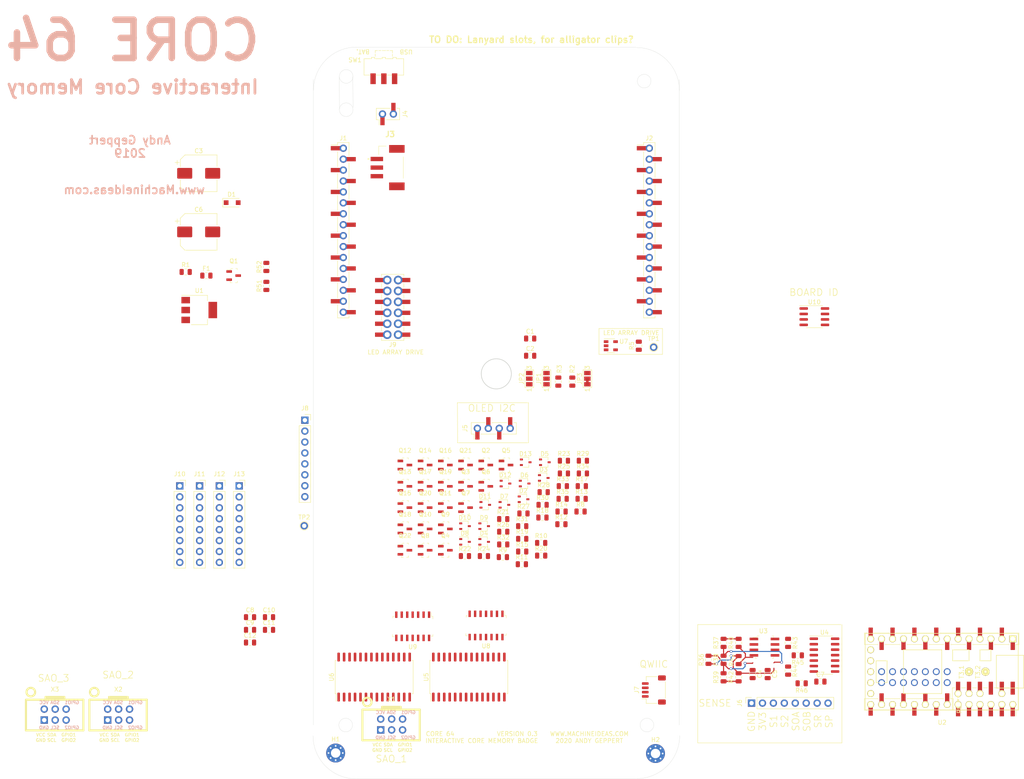
<source format=kicad_pcb>
(kicad_pcb (version 20171130) (host pcbnew "(5.1.2-1)-1")
  (title_block (title "Core 64 - PCB Layout") (date 2020-03-20) (rev 0.3) (company "Andy Geppert - Machine Ideas, LLC"))
  (layers (0 F.Cu signal) (31 B.Cu signal) (34 B.Paste user hide) (35 F.Paste user hide) (36 B.SilkS user) (37 F.SilkS user) (38 B.Mask user) (39 F.Mask user) (44 Edge.Cuts user))
  (net 0 "")
  (net 1 "Net-(D2-Pad3)")
  (net 2 "Net-(Q2-Pad1)")
  (net 3 -BATT)
  (net 4 Q1P)
  (net 5 Q1N)
  (net 6 XB7)
  (net 7 XB4)
  (net 8 XB6)
  (net 9 XB5)
  (net 10 XB0)
  (net 11 XB1)
  (net 12 XB2)
  (net 13 XB3)
  (net 14 "Net-(F1-Pad2)")
  (net 15 "Net-(Q3-Pad1)")
  (net 16 WRITE_ENABLE)
  (net 17 I2C_DATA)
  (net 18 I2C_CLOCK)
  (net 19 GNDPWR)
  (net 20 "Net-(Q4-Pad1)")
  (net 21 "Net-(Q5-Pad1)")
  (net 22 Q2P)
  (net 23 Q2N)
  (net 24 XT3-7)
  (net 25 XT2-6)
  (net 26 XT1-5)
  (net 27 XT0-4)
  (net 28 "Net-(Q6-Pad1)")
  (net 29 "Net-(Q7-Pad1)")
  (net 30 "Net-(Q8-Pad1)")
  (net 31 "Net-(Q9-Pad1)")
  (net 32 "Net-(Q10-Pad1)")
  (net 33 "Net-(Q10-Pad3)")
  (net 34 "Net-(Q11-Pad1)")
  (net 35 "Net-(Q12-Pad1)")
  (net 36 "Net-(Q13-Pad1)")
  (net 37 Q3P)
  (net 38 Q3N)
  (net 39 Q4P)
  (net 40 Q4N)
  (net 41 Q5P)
  (net 42 Q5N)
  (net 43 Q6P)
  (net 44 Q6N)
  (net 45 YL5)
  (net 46 YL4)
  (net 47 YL3)
  (net 48 YL2)
  (net 49 YL1)
  (net 50 YL0)
  (net 51 SENSE1)
  (net 52 SENSE2)
  (net 53 "Net-(D6-Pad3)")
  (net 54 "Net-(Q14-Pad1)")
  (net 55 "Net-(Q15-Pad1)")
  (net 56 "Net-(Q16-Pad1)")
  (net 57 "Net-(Q17-Pad1)")
  (net 58 "Net-(Q18-Pad1)")
  (net 59 "Net-(Q19-Pad1)")
  (net 60 "Net-(Q20-Pad1)")
  (net 61 "Net-(Q21-Pad1)")
  (net 62 Q10P)
  (net 63 Q10N)
  (net 64 Q9P)
  (net 65 Q9N)
  (net 66 Q7P)
  (net 67 Q7N)
  (net 68 Q8P)
  (net 69 Q8N)
  (net 70 SENSE_PULSE)
  (net 71 "Net-(Q7-Pad3)")
  (net 72 "Net-(Q11-Pad3)")
  (net 73 "Net-(Q13-Pad3)")
  (net 74 "Net-(Q15-Pad3)")
  (net 75 "Net-(U2-Pad39)")
  (net 76 "Net-(U2-Pad38)")
  (net 77 "Net-(U2-Pad16)")
  (net 78 "Net-(R37-Pad2)")
  (net 79 "Net-(D10-Pad3)")
  (net 80 "Net-(D11-Pad3)")
  (net 81 "Net-(D12-Pad3)")
  (net 82 "Net-(Q22-Pad1)")
  (net 83 "Net-(D3-Pad3)")
  (net 84 "Net-(D7-Pad3)")
  (net 85 "Net-(D13-Pad3)")
  (net 86 "Net-(Q2-Pad3)")
  (net 87 3V3_800mA)
  (net 88 "Net-(Q5-Pad3)")
  (net 89 "Net-(Q17-Pad3)")
  (net 90 "Net-(R40-Pad2)")
  (net 91 5V_USB)
  (net 92 3V3_100mA)
  (net 93 HALL_SWITCH_1)
  (net 94 HALL_SWITCH_3)
  (net 95 HALL_SWITCH_2)
  (net 96 HALL_SWITCH_4)
  (net 97 "Net-(J2-Pad16)")
  (net 98 "Net-(R45-Pad1)")
  (net 99 "Net-(R46-Pad1)")
  (net 100 "Net-(U2-Pad19)")
  (net 101 "Net-(U2-Pad20)")
  (net 102 "Net-(U2-Pad14)")
  (net 103 "Net-(U2-Pad21)")
  (net 104 "Net-(U2-Pad22)")
  (net 105 "Net-(U2-Pad23)")
  (net 106 "Net-(U2-Pad27)")
  (net 107 "Net-(U2-Pad37)")
  (net 108 "Net-(U2-Pad13)")
  (net 109 "Net-(U2-Pad10)")
  (net 110 "Net-(U2-Pad9)")
  (net 111 "Net-(U2-Pad8)")
  (net 112 "Net-(U5-Pad14)")
  (net 113 "Net-(U5-Pad11)")
  (net 114 "Net-(U6-Pad11)")
  (net 115 "Net-(U6-Pad14)")
  (net 116 LED_MATRIX_+VSW)
  (net 117 "Net-(R5-Pad1)")
  (net 118 BOARD_ID3)
  (net 119 BOARD_ID2)
  (net 120 BOARD_ID1)
  (net 121 VSW_HALF_VOL_MONITOR)
  (net 122 +BATT)
  (net 123 "Net-(U2-Pad15)")
  (net 124 LED_MATRIX_3V3)
  (net 125 "Net-(J3-Pad2)")
  (net 126 "Net-(J3-PadMP1)")
  (net 127 "Net-(J3-PadMP2)")
  (net 128 "Net-(U2-Pad17)")
  (net 129 "Net-(U2-Pad18)")
  (net 130 SAO3_GPIO2)
  (net 131 SAO3_GPIO1)
  (net 132 "Net-(U2-Pad36)")
  (net 133 "SAO2_GPIO1(TX)")
  (net 134 "SAO2_GPIO2(RX)")
  (net 135 "SAO1_GPIO1(TX)")
  (net 136 "SAO1_GPIO2(RX)")
  (net 137 "Net-(U4-Pad1)")
  (net 138 "Net-(U4-Pad12)")
  (net 139 SENSE_RESET)
  (net 140 "Net-(U4-Pad13)")
  (net 141 nQ6P)
  (net 142 nQ5P)
  (net 143 nQ4P)
  (net 144 nQ3P)
  (net 145 nQ2P)
  (net 146 nQ1P)
  (net 147 nQ7P)
  (net 148 "Net-(U9-Pad10)")
  (net 149 "Net-(U9-Pad11)")
  (net 150 "Net-(U9-Pad12)")
  (net 151 "Net-(U9-Pad13)")
  (net 152 "Net-(J5-Pad1)")
  (net 153 "Net-(J5-Pad2)")
  (net 154 SENSE_OUT_A)
  (net 155 SENSE_OUT_B)
  (net 156 IOEXP_ID33_INT_B)
  (net 157 IOEXP_ID33_INT_A)
  (net 158 IOEXP_ID32_INT_B)
  (net 159 IOEXP_ID32_INT_A)
  (net 160 nQ8P)
  (net 161 nQ9P)
  (net 162 nQ10P)
  (net 163 HALL_SWITCH)
  (net 164 TEENSY_3V3)
  (net 165 "Net-(JP3-Pad1)")
  (net 166 "Net-(JP3-Pad3)")
  (net 167 CUR_HI)
  (net 168 "Net-(D1-Pad2)")
  (net 169 CUR_LOW)
  (net 170 "Net-(J9-Pad1)")
  (net 171 "Net-(J9-Pad3)")
  (net 172 "Net-(J9-Pad4)")
  (net 173 "Net-(J9-Pad5)")
  (net 174 "Net-(J9-Pad6)")
  (net 175 "Net-(J9-Pad7)")
  (net 176 "Net-(J9-Pad8)")
  (net 177 "Net-(J9-Pad10)")
  (net 178 "Net-(J9-Pad11)")
  (net 179 TEENSY_GND)
  (net 180 SPARE_1)
  (net 181 SPARE_2)
  (module Connector_PinSocket_2.54mm:PinSocket_1x02_P2.54mm_Vertical_SMD_Pin1Left (layer F.Cu) (at -25.185 -27 90)
    (fp_text reference J4 (at 0 4 90) (layer F.SilkS))
    (fp_text value Conn_01x02_Male)
    (pad 2 thru_hole circle (at 0 1.27 90) (size 1.7 1.7) (drill 1) (layers *.Cu *.Mask) (net 3 -BATT))
    (pad 1 thru_hole circle (at 0 -1.27 90) (size 1.7 1.7) (drill 1) (layers *.Cu *.Mask) (net 122 +BATT))
    (pad 2 smd rect (at 1.65 1.27 90) (size 1.9 1) (layers F.Cu F.Paste F.Mask) (net 3 -BATT))
    (pad 1 smd rect (at -1.65 -1.27 90) (size 1.9 1) (layers F.Cu F.Paste F.Mask) (net 122 +BATT))
  )
  (module Connector_PinSocket_2.54mm:PinSocket_1x04_P2.54mm_Vertical_SMD_and_TH_Pin1Left (layer F.Cu) (at -0.585 46.05 90)
    (fp_text reference J5 (at 0 -6.68 90) (layer F.SilkS))
    (fp_text value SSW-104-22-L-S-VS)
    (pad 1 thru_hole circle (at 0 -3.81 90) (size 1.7 1.7) (drill 1) (layers *.Cu *.Mask) (net 152 "Net-(J5-Pad1)"))
    (pad 2 thru_hole circle (at 0 -1.27 90) (size 1.7 1.7) (drill 1) (layers *.Cu *.Mask) (net 153 "Net-(J5-Pad2)"))
    (pad 3 thru_hole circle (at 0 1.27 90) (size 1.7 1.7) (drill 1) (layers *.Cu *.Mask) (net 18 I2C_CLOCK))
    (pad 4 thru_hole circle (at 0 3.81 90) (size 1.7 1.7) (drill 1) (layers *.Cu *.Mask) (net 17 I2C_DATA))
    (pad 4 smd rect (at 1.65 3.81 90) (size 1.9 1) (layers F.Cu F.Paste F.Mask) (net 17 I2C_DATA))
    (pad 2 smd rect (at 1.65 -1.27 90) (size 1.9 1) (layers F.Cu F.Paste F.Mask) (net 153 "Net-(J5-Pad2)"))
    (pad 3 smd rect (at -1.65 1.27 90) (size 1.9 1) (layers F.Cu F.Paste F.Mask) (net 18 I2C_CLOCK))
    (pad 1 smd rect (at -1.65 -3.81 90) (size 1.9 1) (layers F.Cu F.Paste F.Mask) (net 152 "Net-(J5-Pad1)"))
  )
  (module badgelife_sao_v169bis:Badgelife-SAOv169-BADGE-2x3 (layer F.Cu) (at -87.833999 112.550001)
    (fp_text reference X2 (at 0 -5.842) (layer F.SilkS))
    (fp_text value SAO_conn_SFH11-NBPC-D03-ST-BK)
    (fp_text user VCC (at -3.29 4.731) (layer F.SilkS) (effects (font (size 0.75 0.75))))
    (fp_text user GND (at -3.29 5.973) (layer F.SilkS) (effects (font (size 0.75 0.75))))
    (fp_text user SDA (at -0.75 4.731) (layer F.SilkS) (effects (font (size 0.75 0.75))))
    (fp_text user SCL (at -0.75 5.973) (layer F.SilkS) (effects (font (size 0.75 0.75))))
    (fp_text user GPIO2 (at 3.187 5.973) (layer F.SilkS) (effects (font (size 0.75 0.75))))
    (fp_text user GPIO1 (at 3.187 4.731) (layer F.SilkS) (effects (font (size 0.75 0.75))))
    (fp_text user GPIO1 (at 3.937 -2.794) (layer B.SilkS) (effects (font (size 0.75 0.75)) (justify mirror)))
    (fp_text user GPIO2 (at 3.937 3.048) (layer B.SilkS) (effects (font (size 0.75 0.75)) (justify mirror)))
    (fp_text user SCL (at 0 3.048) (layer B.SilkS) (effects (font (size 0.75 0.75)) (justify mirror)))
    (fp_text user SDA (at 0 -2.794) (layer B.SilkS) (effects (font (size 0.75 0.75)) (justify mirror)))
    (fp_text user GND (at -2.54 3.048) (layer B.SilkS) (effects (font (size 0.75 0.75)) (justify mirror)))
    (fp_text user VCC (at -2.54 -2.794) (layer B.SilkS) (effects (font (size 0.75 0.75)) (justify mirror)))
    (pad 2 thru_hole rect (at -2.48 1.29 270) (size 1.7272 1.7272) (drill 1.016) (layers *.Cu *.Mask) (net 179 TEENSY_GND))
    (pad 1 thru_hole oval (at -2.48 -1.25 270) (size 1.7272 1.7272) (drill 1.016) (layers *.Cu *.Mask) (net 87 3V3_800mA))
    (pad 4 thru_hole oval (at 0.06 1.29 270) (size 1.7272 1.7272) (drill 1.016) (layers *.Cu *.Mask) (net 18 I2C_CLOCK))
    (pad 3 thru_hole oval (at 0.06 -1.25 270) (size 1.7272 1.7272) (drill 1.016) (layers *.Cu *.Mask) (net 17 I2C_DATA))
    (pad 6 thru_hole circle (at 2.6 1.29 270) (size 1.7272 1.7272) (drill 1.016) (layers *.Cu *.Mask) (net 134 "SAO2_GPIO2(RX)"))
    (pad 5 thru_hole circle (at 2.6 -1.25 270) (size 1.7272 1.7272) (drill 1.016) (layers *.Cu *.Mask) (net 133 "SAO2_GPIO1(TX)"))
  )
  (module Teensy:Teensy30_31_32_LC_SMD_SOCKETS (layer F.Cu) (at 103.515 102.6 180)
    (fp_text reference U2 (at -0.1 -11.8) (layer F.SilkS))
    (fp_text value Teensy-LC)
    (fp_text user T3.2 (at -8.4 -0.1 90) (layer F.SilkS))
    (fp_text user T3.1 (at -4.6 -0.1 90) (layer F.SilkS))
    (fp_text user REF** (at -4.11 -7.6 90) (layer F.SilkS))
    (pad 17 thru_hole circle (at 16.51 0 180) (size 1.6 1.6) (drill 1.1) (layers *.Cu *.Mask F.SilkS) (net 128 "Net-(U2-Pad17)"))
    (pad 18 thru_hole circle (at 16.51 -2.54 180) (size 1.6 1.6) (drill 1.1) (layers *.Cu *.Mask F.SilkS) (net 129 "Net-(U2-Pad18)"))
    (pad 19 thru_hole circle (at 16.51 -5.08 180) (size 1.6 1.6) (drill 1.1) (layers *.Cu *.Mask F.SilkS) (net 100 "Net-(U2-Pad19)"))
    (pad 20 thru_hole circle (at 16.51 -7.62 180) (size 1.6 1.6) (drill 1.1) (layers *.Cu *.Mask F.SilkS) (net 101 "Net-(U2-Pad20)"))
    (pad 16 thru_hole circle (at 16.51 2.54 180) (size 1.6 1.6) (drill 1.1) (layers *.Cu *.Mask F.SilkS) (net 77 "Net-(U2-Pad16)"))
    (pad 15 thru_hole circle (at 16.51 5.08 180) (size 1.6 1.6) (drill 1.1) (layers *.Cu *.Mask F.SilkS) (net 123 "Net-(U2-Pad15)"))
    (pad 14 thru_hole circle (at 16.51 7.62 180) (size 1.6 1.6) (drill 1.1) (layers *.Cu *.Mask F.SilkS) (net 102 "Net-(U2-Pad14)"))
    (pad 21 thru_hole circle (at 13.97 -7.62 180) (size 1.6 1.6) (drill 1.1) (layers *.Cu *.Mask F.SilkS) (net 103 "Net-(U2-Pad21)"))
    (pad 22 thru_hole circle (at 11.43 -7.62 180) (size 1.6 1.6) (drill 1.1) (layers *.Cu *.Mask F.SilkS) (net 104 "Net-(U2-Pad22)"))
    (pad 23 thru_hole circle (at 8.89 -7.62 180) (size 1.6 1.6) (drill 1.1) (layers *.Cu *.Mask F.SilkS) (net 105 "Net-(U2-Pad23)"))
    (pad 24 thru_hole circle (at 6.35 -7.62 180) (size 1.6 1.6) (drill 1.1) (layers *.Cu *.Mask F.SilkS) (net 124 LED_MATRIX_3V3))
    (pad 25 thru_hole circle (at 3.81 -7.62 180) (size 1.6 1.6) (drill 1.1) (layers *.Cu *.Mask F.SilkS) (net 17 I2C_DATA))
    (pad 26 thru_hole circle (at 1.27 -7.62 180) (size 1.6 1.6) (drill 1.1) (layers *.Cu *.Mask F.SilkS) (net 18 I2C_CLOCK))
    (pad 27 thru_hole circle (at -1.27 -7.62 180) (size 1.6 1.6) (drill 1.1) (layers *.Cu *.Mask F.SilkS) (net 106 "Net-(U2-Pad27)"))
    (pad 28 thru_hole circle (at -3.81 -7.62 180) (size 1.6 1.6) (drill 1.1) (layers *.Cu *.Mask F.SilkS) (net 121 VSW_HALF_VOL_MONITOR))
    (pad 29 thru_hole circle (at -6.35 -7.62 180) (size 1.6 1.6) (drill 1.1) (layers *.Cu *.Mask F.SilkS) (net 130 SAO3_GPIO2))
    (pad 30 thru_hole circle (at -8.89 -7.62 180) (size 1.6 1.6) (drill 1.1) (layers *.Cu *.Mask F.SilkS) (net 131 SAO3_GPIO1))
    (pad 31 thru_hole circle (at -11.43 -7.62 180) (size 1.6 1.6) (drill 1.1) (layers *.Cu *.Mask F.SilkS) (net 164 TEENSY_3V3))
    (pad 32 thru_hole circle (at -13.97 -7.62 180) (size 1.6 1.6) (drill 1.1) (layers *.Cu *.Mask F.SilkS) (net 179 TEENSY_GND))
    (pad 33 thru_hole circle (at -16.51 -7.62 180) (size 1.6 1.6) (drill 1.1) (layers *.Cu *.Mask F.SilkS) (net 169 CUR_LOW))
    (pad 34 thru_hole circle (at -13.97 -5.08 180) (size 1.6 1.6) (drill 1.1) (layers *.Cu *.Mask F.SilkS) (net 91 5V_USB))
    (pad 35 thru_hole circle (at -8.89 -5.08 180) (size 1.6 1.6) (drill 1.1) (layers *.Cu *.Mask F.SilkS) (net 164 TEENSY_3V3))
    (pad 36 thru_hole circle (at -6.35 -5.08 180) (size 1.6 1.6) (drill 1.1) (layers *.Cu *.Mask F.SilkS) (net 132 "Net-(U2-Pad36)"))
    (pad 37 thru_hole circle (at -3.81 -5.08 180) (size 1.6 1.6) (drill 1.1) (layers *.Cu *.Mask F.SilkS) (net 107 "Net-(U2-Pad37)"))
    (pad 13 thru_hole circle (at 13.97 7.62 180) (size 1.6 1.6) (drill 1.1) (layers *.Cu *.Mask F.SilkS) (net 108 "Net-(U2-Pad13)"))
    (pad 12 thru_hole circle (at 11.43 7.62 180) (size 1.6 1.6) (drill 1.1) (layers *.Cu *.Mask F.SilkS) (net 133 "SAO2_GPIO1(TX)"))
    (pad 11 thru_hole circle (at 8.89 7.62 180) (size 1.6 1.6) (drill 1.1) (layers *.Cu *.Mask F.SilkS) (net 134 "SAO2_GPIO2(RX)"))
    (pad 10 thru_hole circle (at 6.35 7.62 180) (size 1.6 1.6) (drill 1.1) (layers *.Cu *.Mask F.SilkS) (net 109 "Net-(U2-Pad10)"))
    (pad 9 thru_hole circle (at 3.81 7.62 180) (size 1.6 1.6) (drill 1.1) (layers *.Cu *.Mask F.SilkS) (net 110 "Net-(U2-Pad9)"))
    (pad 8 thru_hole circle (at 1.27 7.62 180) (size 1.6 1.6) (drill 1.1) (layers *.Cu *.Mask F.SilkS) (net 111 "Net-(U2-Pad8)"))
    (pad 7 thru_hole circle (at -1.27 7.62 180) (size 1.6 1.6) (drill 1.1) (layers *.Cu *.Mask F.SilkS) (net 156 IOEXP_ID33_INT_B))
    (pad 6 thru_hole circle (at -3.81 7.62 180) (size 1.6 1.6) (drill 1.1) (layers *.Cu *.Mask F.SilkS) (net 157 IOEXP_ID33_INT_A))
    (pad 5 thru_hole circle (at -6.35 7.62 180) (size 1.6 1.6) (drill 1.1) (layers *.Cu *.Mask F.SilkS) (net 158 IOEXP_ID32_INT_B))
    (pad 4 thru_hole circle (at -8.89 7.62 180) (size 1.6 1.6) (drill 1.1) (layers *.Cu *.Mask F.SilkS) (net 159 IOEXP_ID32_INT_A))
    (pad 3 thru_hole circle (at -11.43 7.62 180) (size 1.6 1.6) (drill 1.1) (layers *.Cu *.Mask F.SilkS) (net 135 "SAO1_GPIO1(TX)"))
    (pad 2 thru_hole circle (at -13.97 7.62 180) (size 1.6 1.6) (drill 1.1) (layers *.Cu *.Mask F.SilkS) (net 136 "SAO1_GPIO2(RX)"))
    (pad 1 thru_hole rect (at -16.51 7.62 180) (size 1.6 1.6) (drill 1.1) (layers *.Cu *.Mask F.SilkS) (net 179 TEENSY_GND))
    (pad 38 thru_hole circle (at -1.27 0 180) (size 1.6 1.6) (drill 1.1) (layers *.Cu *.Mask) (net 76 "Net-(U2-Pad38)"))
    (pad 39 thru_hole circle (at 1.27 0 180) (size 1.6 1.6) (drill 1.1) (layers *.Cu *.Mask) (net 75 "Net-(U2-Pad39)"))
    (pad 40 thru_hole circle (at 3.81 0 180) (size 1.6 1.6) (drill 1.1) (layers *.Cu *.Mask))
    (pad 41 thru_hole circle (at 6.35 0 180) (size 1.6 1.6) (drill 1.1) (layers *.Cu *.Mask))
    (pad 42 thru_hole circle (at 8.89 0 180) (size 1.6 1.6) (drill 1.1) (layers *.Cu *.Mask))
    (pad 43 thru_hole circle (at 11.43 0 180) (size 1.6 1.6) (drill 1.1) (layers *.Cu *.Mask))
    (pad 44 thru_hole circle (at 13.97 0 180) (size 1.6 1.6) (drill 1.1) (layers *.Cu *.Mask))
    (pad 45 thru_hole circle (at 13.97 -2.54 180) (size 1.6 1.6) (drill 1.1) (layers *.Cu *.Mask))
    (pad 46 thru_hole circle (at 11.43 -2.54 180) (size 1.6 1.6) (drill 1.1) (layers *.Cu *.Mask))
    (pad 47 thru_hole circle (at 8.89 -2.54 180) (size 1.6 1.6) (drill 1.1) (layers *.Cu *.Mask))
    (pad 48 thru_hole circle (at 6.35 -2.54 180) (size 1.6 1.6) (drill 1.1) (layers *.Cu *.Mask))
    (pad 49 thru_hole circle (at 3.81 -2.54 180) (size 1.6 1.6) (drill 1.1) (layers *.Cu *.Mask))
    (pad 50 thru_hole circle (at 1.27 -2.54 180) (size 1.6 1.6) (drill 1.1) (layers *.Cu *.Mask))
    (pad 51 thru_hole circle (at -1.27 -2.54 180) (size 1.6 1.6) (drill 1.1) (layers *.Cu *.Mask))
    (pad 52 thru_hole circle (at -6.35 0 180) (size 1.9 1.9) (drill 0.5) (layers *.Cu *.Mask F.SilkS))
    (pad 52 thru_hole circle (at -10.16 0 180) (size 1.9 1.9) (drill 0.5) (layers *.Cu *.Mask F.SilkS))
    (pad 29 smd rect (at -6.34 -8.87 270) (size 3 1) (layers F.Cu F.Paste F.Mask) (net 130 SAO3_GPIO2))
    (pad 32 smd rect (at -13.96 -8.87 270) (size 3 1) (layers F.Cu F.Paste F.Mask) (net 179 TEENSY_GND))
    (pad 28 smd rect (at -3.8 -8.87 270) (size 3 1) (layers F.Cu F.Paste F.Mask) (net 121 VSW_HALF_VOL_MONITOR))
    (pad 34 smd rect (at -13.96 -3.83 270) (size 3 1) (layers F.Cu F.Paste F.Mask) (net 91 5V_USB))
    (pad 33 smd rect (at -16.5 -8.87 270) (size 3 1) (layers F.Cu F.Paste F.Mask) (net 169 CUR_LOW))
    (pad 37 smd rect (at -3.8 -3.83 270) (size 3 1) (layers F.Cu F.Paste F.Mask) (net 107 "Net-(U2-Pad37)"))
    (pad NC smd rect (at -16.5 -3.83 270) (size 3 1) (layers F.Cu F.Paste F.Mask))
    (pad 36 smd rect (at -6.34 -3.83 270) (size 3 1) (layers F.Cu F.Paste F.Mask) (net 132 "Net-(U2-Pad36)"))
    (pad 35 smd rect (at -8.88 -3.83 270) (size 3 1) (layers F.Cu F.Paste F.Mask) (net 164 TEENSY_3V3))
    (pad 30 smd rect (at -8.88 -8.87 270) (size 3 1) (layers F.Cu F.Paste F.Mask) (net 131 SAO3_GPIO1))
    (pad 31 smd rect (at -11.42 -8.87 270) (size 3 1) (layers F.Cu F.Paste F.Mask) (net 164 TEENSY_3V3))
    (pad NC smd rect (at -11.42 -3.83 270) (size 3 1) (layers F.Cu F.Paste F.Mask))
    (pad 6 smd rect (at -3.81 9.3 270) (size 1.9 1) (layers F.Cu F.Paste F.Mask) (net 157 IOEXP_ID33_INT_A))
    (pad 4 smd rect (at -8.89 9.3 270) (size 1.9 1) (layers F.Cu F.Paste F.Mask) (net 159 IOEXP_ID32_INT_A))
    (pad 10 smd rect (at 6.35 9.3 270) (size 1.9 1) (layers F.Cu F.Paste F.Mask) (net 109 "Net-(U2-Pad10)"))
    (pad 8 smd rect (at 1.27 9.3 270) (size 1.9 1) (layers F.Cu F.Paste F.Mask) (net 111 "Net-(U2-Pad8)"))
    (pad 12 smd rect (at 11.43 9.3 270) (size 1.9 1) (layers F.Cu F.Paste F.Mask) (net 133 "SAO2_GPIO1(TX)"))
    (pad 2 smd rect (at -13.97 9.3 270) (size 1.9 1) (layers F.Cu F.Paste F.Mask) (net 136 "SAO1_GPIO2(RX)"))
    (pad 14 smd rect (at 16.51 9.3 270) (size 1.9 1) (layers F.Cu F.Paste F.Mask) (net 102 "Net-(U2-Pad14)"))
    (pad 5 smd rect (at -6.35 6 270) (size 1.9 1) (layers F.Cu F.Paste F.Mask) (net 158 IOEXP_ID32_INT_B))
    (pad 11 smd rect (at 8.89 6 270) (size 1.9 1) (layers F.Cu F.Paste F.Mask) (net 134 "SAO2_GPIO2(RX)"))
    (pad 9 smd rect (at 3.81 6 270) (size 1.9 1) (layers F.Cu F.Paste F.Mask) (net 110 "Net-(U2-Pad9)"))
    (pad 7 smd rect (at -1.27 6 270) (size 1.9 1) (layers F.Cu F.Paste F.Mask) (net 156 IOEXP_ID33_INT_B))
    (pad 13 smd rect (at 13.97 6 270) (size 1.9 1) (layers F.Cu F.Paste F.Mask) (net 108 "Net-(U2-Pad13)"))
    (pad 1 smd rect (at -16.51 6 270) (size 1.9 1) (layers F.Cu F.Paste F.Mask) (net 179 TEENSY_GND))
    (pad 3 smd rect (at -11.43 6 270) (size 1.9 1) (layers F.Cu F.Paste F.Mask) (net 135 "SAO1_GPIO1(TX)"))
    (pad 25 smd rect (at 3.815 -5.975 270) (size 1.9 1) (layers F.Cu F.Paste F.Mask) (net 17 I2C_DATA))
    (pad 23 smd rect (at 8.895 -5.975 270) (size 1.9 1) (layers F.Cu F.Paste F.Mask) (net 105 "Net-(U2-Pad23)"))
    (pad 21 smd rect (at 13.975 -5.975 270) (size 1.9 1) (layers F.Cu F.Paste F.Mask) (net 103 "Net-(U2-Pad21)"))
    (pad 22 smd rect (at 11.435 -9.275 270) (size 1.9 1) (layers F.Cu F.Paste F.Mask) (net 104 "Net-(U2-Pad22)"))
    (pad 24 smd rect (at 6.355 -9.275 270) (size 1.9 1) (layers F.Cu F.Paste F.Mask) (net 124 LED_MATRIX_3V3))
    (pad 27 smd rect (at -1.265 -5.975 270) (size 1.9 1) (layers F.Cu F.Paste F.Mask) (net 106 "Net-(U2-Pad27)"))
    (pad 20 smd rect (at 16.515 -9.275 270) (size 1.9 1) (layers F.Cu F.Paste F.Mask) (net 101 "Net-(U2-Pad20)"))
    (pad 26 smd rect (at 1.275 -9.275 270) (size 1.9 1) (layers F.Cu F.Paste F.Mask) (net 18 I2C_CLOCK))
  )
  (module Capacitor_SMD:C_0805_2012Metric (layer F.Cu) (at 59.565 103.15 270)
    (fp_text reference C4 (at 0 -1.65 90) (layer F.SilkS))
    (fp_text value 0.1uF)
    (pad 1 smd roundrect (at -0.9375 0 270) (size 0.975 1.4) (layers F.Cu F.Paste F.Mask) (net 87 3V3_800mA))
    (pad 2 smd roundrect (at 0.9375 0 270) (size 0.975 1.4) (layers F.Cu F.Paste F.Mask) (net 179 TEENSY_GND))
  )
  (module Capacitor_SMD:C_0805_2012Metric (layer F.Cu) (at 63.065 103.15 270)
    (fp_text reference C5 (at 0 -1.65 90) (layer F.SilkS))
    (fp_text value 10uF)
    (pad 2 smd roundrect (at 0.9375 0 270) (size 0.975 1.4) (layers F.Cu F.Paste F.Mask) (net 179 TEENSY_GND))
    (pad 1 smd roundrect (at -0.9375 0 270) (size 0.975 1.4) (layers F.Cu F.Paste F.Mask) (net 87 3V3_800mA))
  )
  (module Package_TO_SOT_SMD:SOT-323_SC-70 (layer F.Cu) (at 6.330001 62.525001)
    (fp_text reference D2 (at -0.05 -1.95) (layer F.SilkS))
    (fp_text value BAT54AW)
    (pad 1 smd rect (at -1 -0.65 270) (size 0.45 0.7) (layers F.Cu F.Paste F.Mask) (net 11 XB1))
    (pad 2 smd rect (at -1 0.65 270) (size 0.45 0.7) (layers F.Cu F.Paste F.Mask) (net 10 XB0))
    (pad 3 smd rect (at 1 0 270) (size 0.45 0.7) (layers F.Cu F.Paste F.Mask) (net 1 "Net-(D2-Pad3)"))
  )
  (module Package_TO_SOT_SMD:SOT-323_SC-70 (layer F.Cu) (at 11.030001 57.575001)
    (fp_text reference D3 (at -0.05 -1.95) (layer F.SilkS))
    (fp_text value BAT54CW)
    (pad 3 smd rect (at 1 0 270) (size 0.45 0.7) (layers F.Cu F.Paste F.Mask) (net 83 "Net-(D3-Pad3)"))
    (pad 2 smd rect (at -1 0.65 270) (size 0.45 0.7) (layers F.Cu F.Paste F.Mask) (net 11 XB1))
    (pad 1 smd rect (at -1 -0.65 270) (size 0.45 0.7) (layers F.Cu F.Paste F.Mask) (net 10 XB0))
  )
  (module Package_TO_SOT_SMD:SOT-323_SC-70 (layer F.Cu) (at -2.819999 72.425001)
    (fp_text reference D4 (at -0.05 -1.95) (layer F.SilkS))
    (fp_text value BAT54AW)
    (pad 1 smd rect (at -1 -0.65 270) (size 0.45 0.7) (layers F.Cu F.Paste F.Mask) (net 13 XB3))
    (pad 2 smd rect (at -1 0.65 270) (size 0.45 0.7) (layers F.Cu F.Paste F.Mask) (net 12 XB2))
    (pad 3 smd rect (at 1 0 270) (size 0.45 0.7) (layers F.Cu F.Paste F.Mask) (net 1 "Net-(D2-Pad3)"))
  )
  (module Package_TO_SOT_SMD:SOT-323_SC-70 (layer F.Cu) (at 11.280001 53.925001)
    (fp_text reference D5 (at -0.05 -1.95) (layer F.SilkS))
    (fp_text value BAT54CW)
    (pad 3 smd rect (at 1 0 270) (size 0.45 0.7) (layers F.Cu F.Paste F.Mask) (net 83 "Net-(D3-Pad3)"))
    (pad 2 smd rect (at -1 0.65 270) (size 0.45 0.7) (layers F.Cu F.Paste F.Mask) (net 13 XB3))
    (pad 1 smd rect (at -1 -0.65 270) (size 0.45 0.7) (layers F.Cu F.Paste F.Mask) (net 12 XB2))
  )
  (module Package_TO_SOT_SMD:SOT-323_SC-70 (layer F.Cu) (at 6.580001 58.875001)
    (fp_text reference D6 (at -0.05 -1.95) (layer F.SilkS))
    (fp_text value BAT54AW)
    (pad 3 smd rect (at 1 0 270) (size 0.45 0.7) (layers F.Cu F.Paste F.Mask) (net 53 "Net-(D6-Pad3)"))
    (pad 2 smd rect (at -1 0.65 270) (size 0.45 0.7) (layers F.Cu F.Paste F.Mask) (net 7 XB4))
    (pad 1 smd rect (at -1 -0.65 270) (size 0.45 0.7) (layers F.Cu F.Paste F.Mask) (net 9 XB5))
  )
  (module Package_TO_SOT_SMD:SOT-323_SC-70 (layer F.Cu) (at 1.880001 63.825001)
    (fp_text reference D7 (at -0.05 -1.95) (layer F.SilkS))
    (fp_text value BAT54CW)
    (pad 1 smd rect (at -1 -0.65 270) (size 0.45 0.7) (layers F.Cu F.Paste F.Mask) (net 7 XB4))
    (pad 2 smd rect (at -1 0.65 270) (size 0.45 0.7) (layers F.Cu F.Paste F.Mask) (net 9 XB5))
    (pad 3 smd rect (at 1 0 270) (size 0.45 0.7) (layers F.Cu F.Paste F.Mask) (net 84 "Net-(D7-Pad3)"))
  )
  (module Package_TO_SOT_SMD:SOT-323_SC-70 (layer F.Cu) (at -7.269999 72.425001)
    (fp_text reference D8 (at -0.05 -1.95) (layer F.SilkS))
    (fp_text value BAT54AW)
    (pad 1 smd rect (at -1 -0.65 270) (size 0.45 0.7) (layers F.Cu F.Paste F.Mask) (net 6 XB7))
    (pad 2 smd rect (at -1 0.65 270) (size 0.45 0.7) (layers F.Cu F.Paste F.Mask) (net 8 XB6))
    (pad 3 smd rect (at 1 0 270) (size 0.45 0.7) (layers F.Cu F.Paste F.Mask) (net 53 "Net-(D6-Pad3)"))
  )
  (module Package_TO_SOT_SMD:SOT-323_SC-70 (layer F.Cu) (at -2.819999 68.775001)
    (fp_text reference D9 (at -0.05 -1.95) (layer F.SilkS))
    (fp_text value BAT54CW)
    (pad 1 smd rect (at -1 -0.65 270) (size 0.45 0.7) (layers F.Cu F.Paste F.Mask) (net 8 XB6))
    (pad 2 smd rect (at -1 0.65 270) (size 0.45 0.7) (layers F.Cu F.Paste F.Mask) (net 6 XB7))
    (pad 3 smd rect (at 1 0 270) (size 0.45 0.7) (layers F.Cu F.Paste F.Mask) (net 84 "Net-(D7-Pad3)"))
  )
  (module Package_TO_SOT_SMD:SOT-323_SC-70 (layer F.Cu) (at -7.269999 68.775001)
    (fp_text reference D10 (at -0.05 -1.95) (layer F.SilkS))
    (fp_text value BAT54AW)
    (pad 3 smd rect (at 1 0 270) (size 0.45 0.7) (layers F.Cu F.Paste F.Mask) (net 79 "Net-(D10-Pad3)"))
    (pad 2 smd rect (at -1 0.65 270) (size 0.45 0.7) (layers F.Cu F.Paste F.Mask) (net 49 YL1))
    (pad 1 smd rect (at -1 -0.65 270) (size 0.45 0.7) (layers F.Cu F.Paste F.Mask) (net 50 YL0))
  )
  (module Package_TO_SOT_SMD:SOT-323_SC-70 (layer F.Cu) (at -2.569999 63.825001)
    (fp_text reference D11 (at -0.05 -1.95) (layer F.SilkS))
    (fp_text value BAT54CW)
    (pad 3 smd rect (at 1 0 270) (size 0.45 0.7) (layers F.Cu F.Paste F.Mask) (net 80 "Net-(D11-Pad3)"))
    (pad 2 smd rect (at -1 0.65 270) (size 0.45 0.7) (layers F.Cu F.Paste F.Mask) (net 50 YL0))
    (pad 1 smd rect (at -1 -0.65 270) (size 0.45 0.7) (layers F.Cu F.Paste F.Mask) (net 49 YL1))
  )
  (module Package_TO_SOT_SMD:SOT-323_SC-70 (layer F.Cu) (at 2.130001 58.875001)
    (fp_text reference D12 (at -0.05 -1.95) (layer F.SilkS))
    (fp_text value BAT54AW)
    (pad 1 smd rect (at -1 -0.65 270) (size 0.45 0.7) (layers F.Cu F.Paste F.Mask) (net 48 YL2))
    (pad 2 smd rect (at -1 0.65 270) (size 0.45 0.7) (layers F.Cu F.Paste F.Mask) (net 47 YL3))
    (pad 3 smd rect (at 1 0 270) (size 0.45 0.7) (layers F.Cu F.Paste F.Mask) (net 81 "Net-(D12-Pad3)"))
  )
  (module Package_TO_SOT_SMD:SOT-323_SC-70 (layer F.Cu) (at 6.830001 53.925001)
    (fp_text reference D13 (at -0.05 -1.95) (layer F.SilkS))
    (fp_text value BAT54CW)
    (pad 3 smd rect (at 1 0 270) (size 0.45 0.7) (layers F.Cu F.Paste F.Mask) (net 85 "Net-(D13-Pad3)"))
    (pad 2 smd rect (at -1 0.65 270) (size 0.45 0.7) (layers F.Cu F.Paste F.Mask) (net 48 YL2))
    (pad 1 smd rect (at -1 -0.65 270) (size 0.45 0.7) (layers F.Cu F.Paste F.Mask) (net 47 YL3))
  )
  (module Fuse:Fuse_0805_2012Metric (layer F.Cu) (at -67.379999 10.55)
    (fp_text reference F1 (at 0 -1.65) (layer F.SilkS))
    (fp_text value Polyfuse)
    (pad 1 smd roundrect (at -0.9375 0) (size 0.975 1.4) (layers F.Cu F.Paste F.Mask) (net 168 "Net-(D1-Pad2)"))
    (pad 2 smd roundrect (at 0.9375 0) (size 0.975 1.4) (layers F.Cu F.Paste F.Mask) (net 14 "Net-(F1-Pad2)"))
  )
  (module Digikey:SOT-23-3 (layer F.Cu) (at -2.444999 54.575001)
    (fp_text reference Q2 (at 0.025 -3.375) (layer F.SilkS))
    (fp_text value MMBT4403LT1G)
    (pad 3 smd rect (at 1.05 0) (size 1.3 0.6) (layers F.Cu F.Paste F.Mask) (net 86 "Net-(Q2-Pad3)"))
    (pad 2 smd rect (at -1.05 0.95) (size 1.3 0.6) (layers F.Cu F.Paste F.Mask) (net 87 3V3_800mA))
    (pad 1 smd rect (at -1.05 -0.95) (size 1.3 0.6) (layers F.Cu F.Paste F.Mask) (net 2 "Net-(Q2-Pad1)"))
  )
  (module Digikey:SOT-23-3 (layer F.Cu) (at -7.144999 59.525001)
    (fp_text reference Q3 (at 0.025 -3.375) (layer F.SilkS))
    (fp_text value MMBT4401LT1G)
    (pad 1 smd rect (at -1.05 -0.95) (size 1.3 0.6) (layers F.Cu F.Paste F.Mask) (net 15 "Net-(Q3-Pad1)"))
    (pad 2 smd rect (at -1.05 0.95) (size 1.3 0.6) (layers F.Cu F.Paste F.Mask) (net 19 GNDPWR))
    (pad 3 smd rect (at 1.05 0) (size 1.3 0.6) (layers F.Cu F.Paste F.Mask) (net 83 "Net-(D3-Pad3)"))
  )
  (module Digikey:SOT-23-3 (layer F.Cu) (at -11.844999 74.375001)
    (fp_text reference Q4 (at 0.025 -3.375) (layer F.SilkS))
    (fp_text value MMBT4401LT1G)
    (pad 3 smd rect (at 1.05 0) (size 1.3 0.6) (layers F.Cu F.Paste F.Mask) (net 19 GNDPWR))
    (pad 2 smd rect (at -1.05 0.95) (size 1.3 0.6) (layers F.Cu F.Paste F.Mask) (net 179 TEENSY_GND))
    (pad 1 smd rect (at -1.05 -0.95) (size 1.3 0.6) (layers F.Cu F.Paste F.Mask) (net 20 "Net-(Q4-Pad1)"))
  )
  (module Digikey:SOT-23-3 (layer F.Cu) (at 2.255001 54.575001)
    (fp_text reference Q5 (at 0.025 -3.375) (layer F.SilkS))
    (fp_text value MMBT4403LT1G)
    (pad 3 smd rect (at 1.05 0) (size 1.3 0.6) (layers F.Cu F.Paste F.Mask) (net 88 "Net-(Q5-Pad3)"))
    (pad 2 smd rect (at -1.05 0.95) (size 1.3 0.6) (layers F.Cu F.Paste F.Mask) (net 87 3V3_800mA))
    (pad 1 smd rect (at -1.05 -0.95) (size 1.3 0.6) (layers F.Cu F.Paste F.Mask) (net 21 "Net-(Q5-Pad1)"))
  )
  (module Digikey:SOT-23-3 (layer F.Cu) (at -2.444999 59.525001)
    (fp_text reference Q6 (at 0.025 -3.375) (layer F.SilkS))
    (fp_text value MMBT4401LT1G)
    (pad 1 smd rect (at -1.05 -0.95) (size 1.3 0.6) (layers F.Cu F.Paste F.Mask) (net 28 "Net-(Q6-Pad1)"))
    (pad 2 smd rect (at -1.05 0.95) (size 1.3 0.6) (layers F.Cu F.Paste F.Mask) (net 19 GNDPWR))
    (pad 3 smd rect (at 1.05 0) (size 1.3 0.6) (layers F.Cu F.Paste F.Mask) (net 88 "Net-(Q5-Pad3)"))
  )
  (module Digikey:SOT-23-3 (layer F.Cu) (at -7.144999 64.475001)
    (fp_text reference Q7 (at 0.025 -3.375) (layer F.SilkS))
    (fp_text value MMBT4403LT1G)
    (pad 3 smd rect (at 1.05 0) (size 1.3 0.6) (layers F.Cu F.Paste F.Mask) (net 71 "Net-(Q7-Pad3)"))
    (pad 2 smd rect (at -1.05 0.95) (size 1.3 0.6) (layers F.Cu F.Paste F.Mask) (net 87 3V3_800mA))
    (pad 1 smd rect (at -1.05 -0.95) (size 1.3 0.6) (layers F.Cu F.Paste F.Mask) (net 29 "Net-(Q7-Pad1)"))
  )
  (module Digikey:SOT-23-3 (layer F.Cu) (at -16.544999 74.375001)
    (fp_text reference Q8 (at 0.025 -3.375) (layer F.SilkS))
    (fp_text value MMBT4401LT1G)
    (pad 1 smd rect (at -1.05 -0.95) (size 1.3 0.6) (layers F.Cu F.Paste F.Mask) (net 30 "Net-(Q8-Pad1)"))
    (pad 2 smd rect (at -1.05 0.95) (size 1.3 0.6) (layers F.Cu F.Paste F.Mask) (net 19 GNDPWR))
    (pad 3 smd rect (at 1.05 0) (size 1.3 0.6) (layers F.Cu F.Paste F.Mask) (net 84 "Net-(D7-Pad3)"))
  )
  (module Digikey:SOT-23-3 (layer F.Cu) (at -11.844999 69.425001)
    (fp_text reference Q9 (at 0.025 -3.375) (layer F.SilkS))
    (fp_text value MMBT4403LT1G)
    (pad 3 smd rect (at 1.05 0) (size 1.3 0.6) (layers F.Cu F.Paste F.Mask) (net 33 "Net-(Q10-Pad3)"))
    (pad 2 smd rect (at -1.05 0.95) (size 1.3 0.6) (layers F.Cu F.Paste F.Mask) (net 87 3V3_800mA))
    (pad 1 smd rect (at -1.05 -0.95) (size 1.3 0.6) (layers F.Cu F.Paste F.Mask) (net 31 "Net-(Q9-Pad1)"))
  )
  (module Digikey:SOT-23-3 (layer F.Cu) (at -16.544999 69.425001)
    (fp_text reference Q10 (at 0.025 -3.375) (layer F.SilkS))
    (fp_text value MMBT4401LT1G)
    (pad 1 smd rect (at -1.05 -0.95) (size 1.3 0.6) (layers F.Cu F.Paste F.Mask) (net 32 "Net-(Q10-Pad1)"))
    (pad 2 smd rect (at -1.05 0.95) (size 1.3 0.6) (layers F.Cu F.Paste F.Mask) (net 19 GNDPWR))
    (pad 3 smd rect (at 1.05 0) (size 1.3 0.6) (layers F.Cu F.Paste F.Mask) (net 33 "Net-(Q10-Pad3)"))
  )
  (module Digikey:SOT-23-3 (layer F.Cu) (at -11.844999 64.475001)
    (fp_text reference Q11 (at 0.025 -3.375) (layer F.SilkS))
    (fp_text value MMBT4403LT1G)
    (pad 1 smd rect (at -1.05 -0.95) (size 1.3 0.6) (layers F.Cu F.Paste F.Mask) (net 34 "Net-(Q11-Pad1)"))
    (pad 2 smd rect (at -1.05 0.95) (size 1.3 0.6) (layers F.Cu F.Paste F.Mask) (net 87 3V3_800mA))
    (pad 3 smd rect (at 1.05 0) (size 1.3 0.6) (layers F.Cu F.Paste F.Mask) (net 72 "Net-(Q11-Pad3)"))
  )
  (module Digikey:SOT-23-3 (layer F.Cu) (at -21.244999 54.575001)
    (fp_text reference Q12 (at 0.025 -3.375) (layer F.SilkS))
    (fp_text value MMBT4401LT1G)
    (pad 3 smd rect (at 1.05 0) (size 1.3 0.6) (layers F.Cu F.Paste F.Mask) (net 72 "Net-(Q11-Pad3)"))
    (pad 2 smd rect (at -1.05 0.95) (size 1.3 0.6) (layers F.Cu F.Paste F.Mask) (net 19 GNDPWR))
    (pad 1 smd rect (at -1.05 -0.95) (size 1.3 0.6) (layers F.Cu F.Paste F.Mask) (net 35 "Net-(Q12-Pad1)"))
  )
  (module Digikey:SOT-23-3 (layer F.Cu) (at -21.244999 59.525001)
    (fp_text reference Q13 (at 0.025 -3.375) (layer F.SilkS))
    (fp_text value MMBT4403LT1G)
    (pad 1 smd rect (at -1.05 -0.95) (size 1.3 0.6) (layers F.Cu F.Paste F.Mask) (net 36 "Net-(Q13-Pad1)"))
    (pad 2 smd rect (at -1.05 0.95) (size 1.3 0.6) (layers F.Cu F.Paste F.Mask) (net 87 3V3_800mA))
    (pad 3 smd rect (at 1.05 0) (size 1.3 0.6) (layers F.Cu F.Paste F.Mask) (net 73 "Net-(Q13-Pad3)"))
  )
  (module Digikey:SOT-23-3 (layer F.Cu) (at -16.544999 54.575001)
    (fp_text reference Q14 (at 0.025 -3.375) (layer F.SilkS))
    (fp_text value MMBT4401LT1G)
    (pad 3 smd rect (at 1.05 0) (size 1.3 0.6) (layers F.Cu F.Paste F.Mask) (net 73 "Net-(Q13-Pad3)"))
    (pad 2 smd rect (at -1.05 0.95) (size 1.3 0.6) (layers F.Cu F.Paste F.Mask) (net 19 GNDPWR))
    (pad 1 smd rect (at -1.05 -0.95) (size 1.3 0.6) (layers F.Cu F.Paste F.Mask) (net 54 "Net-(Q14-Pad1)"))
  )
  (module Digikey:SOT-23-3 (layer F.Cu) (at -21.244999 64.475001)
    (fp_text reference Q15 (at 0.025 -3.375) (layer F.SilkS))
    (fp_text value MMBT4403LT1G)
    (pad 3 smd rect (at 1.05 0) (size 1.3 0.6) (layers F.Cu F.Paste F.Mask) (net 74 "Net-(Q15-Pad3)"))
    (pad 2 smd rect (at -1.05 0.95) (size 1.3 0.6) (layers F.Cu F.Paste F.Mask) (net 87 3V3_800mA))
    (pad 1 smd rect (at -1.05 -0.95) (size 1.3 0.6) (layers F.Cu F.Paste F.Mask) (net 55 "Net-(Q15-Pad1)"))
  )
  (module Digikey:SOT-23-3 (layer F.Cu) (at -11.844999 54.575001)
    (fp_text reference Q16 (at 0.025 -3.375) (layer F.SilkS))
    (fp_text value MMBT4401LT1G)
    (pad 1 smd rect (at -1.05 -0.95) (size 1.3 0.6) (layers F.Cu F.Paste F.Mask) (net 56 "Net-(Q16-Pad1)"))
    (pad 2 smd rect (at -1.05 0.95) (size 1.3 0.6) (layers F.Cu F.Paste F.Mask) (net 19 GNDPWR))
    (pad 3 smd rect (at 1.05 0) (size 1.3 0.6) (layers F.Cu F.Paste F.Mask) (net 74 "Net-(Q15-Pad3)"))
  )
  (module Digikey:SOT-23-3 (layer F.Cu) (at -16.544999 59.525001)
    (fp_text reference Q17 (at 0.025 -3.375) (layer F.SilkS))
    (fp_text value MMBT4403LT1G)
    (pad 1 smd rect (at -1.05 -0.95) (size 1.3 0.6) (layers F.Cu F.Paste F.Mask) (net 57 "Net-(Q17-Pad1)"))
    (pad 2 smd rect (at -1.05 0.95) (size 1.3 0.6) (layers F.Cu F.Paste F.Mask) (net 87 3V3_800mA))
    (pad 3 smd rect (at 1.05 0) (size 1.3 0.6) (layers F.Cu F.Paste F.Mask) (net 89 "Net-(Q17-Pad3)"))
  )
  (module Digikey:SOT-23-3 (layer F.Cu) (at -21.244999 69.425001)
    (fp_text reference Q18 (at 0.025 -3.375) (layer F.SilkS))
    (fp_text value MMBT4401LT1G)
    (pad 3 smd rect (at 1.05 0) (size 1.3 0.6) (layers F.Cu F.Paste F.Mask) (net 89 "Net-(Q17-Pad3)"))
    (pad 2 smd rect (at -1.05 0.95) (size 1.3 0.6) (layers F.Cu F.Paste F.Mask) (net 19 GNDPWR))
    (pad 1 smd rect (at -1.05 -0.95) (size 1.3 0.6) (layers F.Cu F.Paste F.Mask) (net 58 "Net-(Q18-Pad1)"))
  )
  (module Digikey:SOT-23-3 (layer F.Cu) (at -11.844999 59.525001)
    (fp_text reference Q19 (at 0.025 -3.375) (layer F.SilkS))
    (fp_text value MMBT4403LT1G)
    (pad 1 smd rect (at -1.05 -0.95) (size 1.3 0.6) (layers F.Cu F.Paste F.Mask) (net 59 "Net-(Q19-Pad1)"))
    (pad 2 smd rect (at -1.05 0.95) (size 1.3 0.6) (layers F.Cu F.Paste F.Mask) (net 87 3V3_800mA))
    (pad 3 smd rect (at 1.05 0) (size 1.3 0.6) (layers F.Cu F.Paste F.Mask) (net 79 "Net-(D10-Pad3)"))
  )
  (module Digikey:SOT-23-3 (layer F.Cu) (at -16.544999 64.475001)
    (fp_text reference Q20 (at 0.025 -3.375) (layer F.SilkS))
    (fp_text value MMBT4401LT1G)
    (pad 3 smd rect (at 1.05 0) (size 1.3 0.6) (layers F.Cu F.Paste F.Mask) (net 80 "Net-(D11-Pad3)"))
    (pad 2 smd rect (at -1.05 0.95) (size 1.3 0.6) (layers F.Cu F.Paste F.Mask) (net 19 GNDPWR))
    (pad 1 smd rect (at -1.05 -0.95) (size 1.3 0.6) (layers F.Cu F.Paste F.Mask) (net 60 "Net-(Q20-Pad1)"))
  )
  (module Digikey:SOT-23-3 (layer F.Cu) (at -7.144999 54.575001)
    (fp_text reference Q21 (at 0.025 -3.375) (layer F.SilkS))
    (fp_text value MMBT4403LT1G)
    (pad 1 smd rect (at -1.05 -0.95) (size 1.3 0.6) (layers F.Cu F.Paste F.Mask) (net 61 "Net-(Q21-Pad1)"))
    (pad 2 smd rect (at -1.05 0.95) (size 1.3 0.6) (layers F.Cu F.Paste F.Mask) (net 87 3V3_800mA))
    (pad 3 smd rect (at 1.05 0) (size 1.3 0.6) (layers F.Cu F.Paste F.Mask) (net 81 "Net-(D12-Pad3)"))
  )
  (module Digikey:SOT-23-3 (layer F.Cu) (at -21.244999 74.375001)
    (fp_text reference Q22 (at 0.025 -3.375) (layer F.SilkS))
    (fp_text value MMBT4401LT1G)
    (pad 3 smd rect (at 1.05 0) (size 1.3 0.6) (layers F.Cu F.Paste F.Mask) (net 85 "Net-(D13-Pad3)"))
    (pad 2 smd rect (at -1.05 0.95) (size 1.3 0.6) (layers F.Cu F.Paste F.Mask) (net 19 GNDPWR))
    (pad 1 smd rect (at -1.05 -0.95) (size 1.3 0.6) (layers F.Cu F.Paste F.Mask) (net 82 "Net-(Q22-Pad1)"))
  )
  (module Resistor_SMD:R_0805_2012Metric (layer F.Cu) (at -72.185 9.7)
    (fp_text reference R1 (at 0 -1.65) (layer F.SilkS))
    (fp_text value 0.001)
    (pad 1 smd roundrect (at -0.9375 0) (size 0.975 1.4) (layers F.Cu F.Paste F.Mask) (net 167 CUR_HI))
    (pad 2 smd roundrect (at 0.9375 0) (size 0.975 1.4) (layers F.Cu F.Paste F.Mask) (net 169 CUR_LOW))
  )
  (module Resistor_SMD:R_0805_2012Metric (layer F.Cu) (at 19.580001 65.375001)
    (fp_text reference R8 (at 0 -1.65) (layer F.SilkS))
    (fp_text value 470)
    (pad 1 smd roundrect (at -0.9375 0) (size 0.975 1.4) (layers F.Cu F.Paste F.Mask) (net 2 "Net-(Q2-Pad1)"))
    (pad 2 smd roundrect (at 0.9375 0) (size 0.975 1.4) (layers F.Cu F.Paste F.Mask) (net 4 Q1P))
  )
  (module Resistor_SMD:R_0805_2012Metric (layer F.Cu) (at 1.530001 75.975001)
    (fp_text reference R9 (at 0 -1.65) (layer F.SilkS))
    (fp_text value 470)
    (pad 1 smd roundrect (at -0.9375 0) (size 0.975 1.4) (layers F.Cu F.Paste F.Mask) (net 15 "Net-(Q3-Pad1)"))
    (pad 2 smd roundrect (at 0.9375 0) (size 0.975 1.4) (layers F.Cu F.Paste F.Mask) (net 5 Q1N))
  )
  (module Resistor_SMD:R_0805_2012Metric (layer F.Cu) (at 10.430001 72.675001)
    (fp_text reference R10 (at 0 -1.65) (layer F.SilkS))
    (fp_text value 470)
    (pad 2 smd roundrect (at 0.9375 0) (size 0.975 1.4) (layers F.Cu F.Paste F.Mask) (net 16 WRITE_ENABLE))
    (pad 1 smd roundrect (at -0.9375 0) (size 0.975 1.4) (layers F.Cu F.Paste F.Mask) (net 20 "Net-(Q4-Pad1)"))
  )
  (module Resistor_SMD:R_0805_2012Metric (layer F.Cu) (at 5.940001 77.625001)
    (fp_text reference R11 (at 0 -1.65) (layer F.SilkS))
    (fp_text value 470)
    (pad 2 smd roundrect (at 0.9375 0) (size 0.975 1.4) (layers F.Cu F.Paste F.Mask) (net 37 Q3P))
    (pad 1 smd roundrect (at -0.9375 0) (size 0.975 1.4) (layers F.Cu F.Paste F.Mask) (net 21 "Net-(Q5-Pad1)"))
  )
  (module Resistor_SMD:R_0805_2012Metric (layer F.Cu) (at 15.130001 68.325001)
    (fp_text reference R12 (at 0 -1.65) (layer F.SilkS))
    (fp_text value 470)
    (pad 2 smd roundrect (at 0.9375 0) (size 0.975 1.4) (layers F.Cu F.Paste F.Mask) (net 38 Q3N))
    (pad 1 smd roundrect (at -0.9375 0) (size 0.975 1.4) (layers F.Cu F.Paste F.Mask) (net 28 "Net-(Q6-Pad1)"))
  )
  (module Resistor_SMD:R_0805_2012Metric (layer F.Cu) (at 19.830001 62.425001)
    (fp_text reference R13 (at 0 -1.65) (layer F.SilkS))
    (fp_text value 6R8)
    (pad 2 smd roundrect (at 0.9375 0) (size 0.975 1.4) (layers F.Cu F.Paste F.Mask) (net 27 XT0-4))
    (pad 1 smd roundrect (at -0.9375 0) (size 0.975 1.4) (layers F.Cu F.Paste F.Mask) (net 88 "Net-(Q5-Pad3)"))
  )
  (module Resistor_SMD:R_0805_2012Metric (layer F.Cu) (at 15.170001 65.375001)
    (fp_text reference R14 (at 0 -1.65) (layer F.SilkS))
    (fp_text value 470)
    (pad 1 smd roundrect (at -0.9375 0) (size 0.975 1.4) (layers F.Cu F.Paste F.Mask) (net 29 "Net-(Q7-Pad1)"))
    (pad 2 smd roundrect (at 0.9375 0) (size 0.975 1.4) (layers F.Cu F.Paste F.Mask) (net 22 Q2P))
  )
  (module Resistor_SMD:R_0805_2012Metric (layer F.Cu) (at 6.020001 74.675001)
    (fp_text reference R15 (at 0 -1.65) (layer F.SilkS))
    (fp_text value 470)
    (pad 2 smd roundrect (at 0.9375 0) (size 0.975 1.4) (layers F.Cu F.Paste F.Mask) (net 23 Q2N))
    (pad 1 smd roundrect (at -0.9375 0) (size 0.975 1.4) (layers F.Cu F.Paste F.Mask) (net 30 "Net-(Q8-Pad1)"))
  )
  (module Resistor_SMD:R_0805_2012Metric (layer F.Cu) (at 19.870001 59.475001)
    (fp_text reference R17 (at 0 -1.65) (layer F.SilkS))
    (fp_text value 470)
    (pad 1 smd roundrect (at -0.9375 0) (size 0.975 1.4) (layers F.Cu F.Paste F.Mask) (net 31 "Net-(Q9-Pad1)"))
    (pad 2 smd roundrect (at 0.9375 0) (size 0.975 1.4) (layers F.Cu F.Paste F.Mask) (net 39 Q4P))
  )
  (module Resistor_SMD:R_0805_2012Metric (layer F.Cu) (at 10.720001 66.775001)
    (fp_text reference R18 (at 0 -1.65) (layer F.SilkS))
    (fp_text value 470)
    (pad 1 smd roundrect (at -0.9375 0) (size 0.975 1.4) (layers F.Cu F.Paste F.Mask) (net 32 "Net-(Q10-Pad1)"))
    (pad 2 smd roundrect (at 0.9375 0) (size 0.975 1.4) (layers F.Cu F.Paste F.Mask) (net 40 Q4N))
  )
  (module Resistor_SMD:R_0805_2012Metric (layer F.Cu) (at 6.020001 71.725001)
    (fp_text reference R19 (at 0 -1.65) (layer F.SilkS))
    (fp_text value 6R8)
    (pad 1 smd roundrect (at -0.9375 0) (size 0.975 1.4) (layers F.Cu F.Paste F.Mask) (net 26 XT1-5))
    (pad 2 smd roundrect (at 0.9375 0) (size 0.975 1.4) (layers F.Cu F.Paste F.Mask) (net 33 "Net-(Q10-Pad3)"))
  )
  (module Resistor_SMD:R_0805_2012Metric (layer F.Cu) (at 10.430001 75.625001)
    (fp_text reference R20 (at 0 -1.65) (layer F.SilkS))
    (fp_text value 6R8)
    (pad 2 smd roundrect (at 0.9375 0) (size 0.975 1.4) (layers F.Cu F.Paste F.Mask) (net 72 "Net-(Q11-Pad3)"))
    (pad 1 smd roundrect (at -0.9375 0) (size 0.975 1.4) (layers F.Cu F.Paste F.Mask) (net 46 YL4))
  )
  (module Resistor_SMD:R_0805_2012Metric (layer F.Cu) (at 1.610001 67.125001)
    (fp_text reference R21 (at 0 -1.65) (layer F.SilkS))
    (fp_text value 6R8)
    (pad 1 smd roundrect (at -0.9375 0) (size 0.975 1.4) (layers F.Cu F.Paste F.Mask) (net 45 YL5))
    (pad 2 smd roundrect (at 0.9375 0) (size 0.975 1.4) (layers F.Cu F.Paste F.Mask) (net 73 "Net-(Q13-Pad3)"))
  )
  (module Resistor_SMD:R_0805_2012Metric (layer F.Cu) (at -7.289999 75.725001)
    (fp_text reference R22 (at 0 -1.65) (layer F.SilkS))
    (fp_text value 470)
    (pad 2 smd roundrect (at 0.9375 0) (size 0.975 1.4) (layers F.Cu F.Paste F.Mask) (net 41 Q5P))
    (pad 1 smd roundrect (at -0.9375 0) (size 0.975 1.4) (layers F.Cu F.Paste F.Mask) (net 55 "Net-(Q15-Pad1)"))
  )
  (module Resistor_SMD:R_0805_2012Metric (layer F.Cu) (at 15.710001 53.575001)
    (fp_text reference R23 (at 0 -1.65) (layer F.SilkS))
    (fp_text value 470)
    (pad 1 smd roundrect (at -0.9375 0) (size 0.975 1.4) (layers F.Cu F.Paste F.Mask) (net 56 "Net-(Q16-Pad1)"))
    (pad 2 smd roundrect (at 0.9375 0) (size 0.975 1.4) (layers F.Cu F.Paste F.Mask) (net 42 Q5N))
  )
  (module Resistor_SMD:R_0805_2012Metric (layer F.Cu) (at -2.879999 75.725001)
    (fp_text reference R24 (at 0 -1.65) (layer F.SilkS))
    (fp_text value 6R8)
    (pad 1 smd roundrect (at -0.9375 0) (size 0.975 1.4) (layers F.Cu F.Paste F.Mask) (net 25 XT2-6))
    (pad 2 smd roundrect (at 0.9375 0) (size 0.975 1.4) (layers F.Cu F.Paste F.Mask) (net 74 "Net-(Q15-Pad3)"))
  )
  (module Resistor_SMD:R_0805_2012Metric (layer F.Cu) (at 15.710001 56.525001)
    (fp_text reference R25 (at 0 -1.65) (layer F.SilkS))
    (fp_text value 470)
    (pad 1 smd roundrect (at -0.9375 0) (size 0.975 1.4) (layers F.Cu F.Paste F.Mask) (net 36 "Net-(Q13-Pad1)"))
    (pad 2 smd roundrect (at 0.9375 0) (size 0.975 1.4) (layers F.Cu F.Paste F.Mask) (net 62 Q10P))
  )
  (module Resistor_SMD:R_0805_2012Metric (layer F.Cu) (at 1.610001 70.075001)
    (fp_text reference R26 (at 0 -1.65) (layer F.SilkS))
    (fp_text value 470)
    (pad 2 smd roundrect (at 0.9375 0) (size 0.975 1.4) (layers F.Cu F.Paste F.Mask) (net 63 Q10N))
    (pad 1 smd roundrect (at -0.9375 0) (size 0.975 1.4) (layers F.Cu F.Paste F.Mask) (net 54 "Net-(Q14-Pad1)"))
  )
  (module Resistor_SMD:R_0805_2012Metric (layer F.Cu) (at 6.310001 65.825001)
    (fp_text reference R27 (at 0 -1.65) (layer F.SilkS))
    (fp_text value 470)
    (pad 2 smd roundrect (at 0.9375 0) (size 0.975 1.4) (layers F.Cu F.Paste F.Mask) (net 64 Q9P))
    (pad 1 smd roundrect (at -0.9375 0) (size 0.975 1.4) (layers F.Cu F.Paste F.Mask) (net 34 "Net-(Q11-Pad1)"))
  )
  (module Resistor_SMD:R_0805_2012Metric (layer F.Cu) (at 11.010001 60.875001)
    (fp_text reference R28 (at 0 -1.65) (layer F.SilkS))
    (fp_text value 470)
    (pad 1 smd roundrect (at -0.9375 0) (size 0.975 1.4) (layers F.Cu F.Paste F.Mask) (net 35 "Net-(Q12-Pad1)"))
    (pad 2 smd roundrect (at 0.9375 0) (size 0.975 1.4) (layers F.Cu F.Paste F.Mask) (net 65 Q9N))
  )
  (module Resistor_SMD:R_0805_2012Metric (layer F.Cu) (at 20.120001 53.575001)
    (fp_text reference R29 (at 0 -1.65) (layer F.SilkS))
    (fp_text value 470)
    (pad 2 smd roundrect (at 0.9375 0) (size 0.975 1.4) (layers F.Cu F.Paste F.Mask) (net 43 Q6P))
    (pad 1 smd roundrect (at -0.9375 0) (size 0.975 1.4) (layers F.Cu F.Paste F.Mask) (net 57 "Net-(Q17-Pad1)"))
  )
  (module Resistor_SMD:R_0805_2012Metric (layer F.Cu) (at 10.760001 63.825001)
    (fp_text reference R30 (at 0 -1.65) (layer F.SilkS))
    (fp_text value 470)
    (pad 2 smd roundrect (at 0.9375 0) (size 0.975 1.4) (layers F.Cu F.Paste F.Mask) (net 44 Q6N))
    (pad 1 smd roundrect (at -0.9375 0) (size 0.975 1.4) (layers F.Cu F.Paste F.Mask) (net 58 "Net-(Q18-Pad1)"))
  )
  (module Resistor_SMD:R_0805_2012Metric (layer F.Cu) (at 6.020001 68.775001)
    (fp_text reference R31 (at 0 -1.65) (layer F.SilkS))
    (fp_text value 6R8)
    (pad 2 smd roundrect (at 0.9375 0) (size 0.975 1.4) (layers F.Cu F.Paste F.Mask) (net 89 "Net-(Q17-Pad3)"))
    (pad 1 smd roundrect (at -0.9375 0) (size 0.975 1.4) (layers F.Cu F.Paste F.Mask) (net 24 XT3-7))
  )
  (module Resistor_SMD:R_0805_2012Metric (layer F.Cu) (at 1.610001 73.025001)
    (fp_text reference R32 (at 0 -1.65) (layer F.SilkS))
    (fp_text value 470)
    (pad 1 smd roundrect (at -0.9375 0) (size 0.975 1.4) (layers F.Cu F.Paste F.Mask) (net 59 "Net-(Q19-Pad1)"))
    (pad 2 smd roundrect (at 0.9375 0) (size 0.975 1.4) (layers F.Cu F.Paste F.Mask) (net 66 Q7P))
  )
  (module Resistor_SMD:R_0805_2012Metric (layer F.Cu) (at 15.460001 59.475001)
    (fp_text reference R33 (at 0 -1.65) (layer F.SilkS))
    (fp_text value 470)
    (pad 1 smd roundrect (at -0.9375 0) (size 0.975 1.4) (layers F.Cu F.Paste F.Mask) (net 60 "Net-(Q20-Pad1)"))
    (pad 2 smd roundrect (at 0.9375 0) (size 0.975 1.4) (layers F.Cu F.Paste F.Mask) (net 67 Q7N))
  )
  (module Resistor_SMD:R_0805_2012Metric (layer F.Cu) (at 20.120001 56.525001)
    (fp_text reference R34 (at 0 -1.65) (layer F.SilkS))
    (fp_text value 470)
    (pad 2 smd roundrect (at 0.9375 0) (size 0.975 1.4) (layers F.Cu F.Paste F.Mask) (net 68 Q8P))
    (pad 1 smd roundrect (at -0.9375 0) (size 0.975 1.4) (layers F.Cu F.Paste F.Mask) (net 61 "Net-(Q21-Pad1)"))
  )
  (module Resistor_SMD:R_0805_2012Metric (layer F.Cu) (at 15.420001 62.425001)
    (fp_text reference R35 (at 0 -1.65) (layer F.SilkS))
    (fp_text value 470)
    (pad 1 smd roundrect (at -0.9375 0) (size 0.975 1.4) (layers F.Cu F.Paste F.Mask) (net 82 "Net-(Q22-Pad1)"))
    (pad 2 smd roundrect (at 0.9375 0) (size 0.975 1.4) (layers F.Cu F.Paste F.Mask) (net 69 Q8N))
  )
  (module Resistor_SMD:R_0805_2012Metric (layer F.Cu) (at 49.315 99.8375 90)
    (fp_text reference R36 (at 0 -1.65 90) (layer F.SilkS))
    (fp_text value 1K5)
    (pad 1 smd roundrect (at -0.9375 0 90) (size 0.975 1.4) (layers F.Cu F.Paste F.Mask) (net 51 SENSE1))
    (pad 2 smd roundrect (at 0.9375 0 90) (size 0.975 1.4) (layers F.Cu F.Paste F.Mask) (net 52 SENSE2))
  )
  (module Resistor_SMD:R_0805_2012Metric (layer F.Cu) (at 52.815 95.9 270)
    (fp_text reference R37 (at 0 1.75 90) (layer F.SilkS))
    (fp_text value 1K8)
    (pad 2 smd roundrect (at 0.9375 0 270) (size 0.975 1.4) (layers F.Cu F.Paste F.Mask) (net 78 "Net-(R37-Pad2)"))
    (pad 1 smd roundrect (at -0.9375 0 270) (size 0.975 1.4) (layers F.Cu F.Paste F.Mask) (net 87 3V3_800mA))
  )
  (module Resistor_SMD:R_0805_2012Metric (layer F.Cu) (at 52.815 99.8375 270)
    (fp_text reference R38 (at 0 1.75 90) (layer F.SilkS))
    (fp_text value 11)
    (pad 2 smd roundrect (at 0.9375 0 270) (size 0.975 1.4) (layers F.Cu F.Paste F.Mask) (net 52 SENSE2))
    (pad 1 smd roundrect (at -0.9375 0 270) (size 0.975 1.4) (layers F.Cu F.Paste F.Mask) (net 78 "Net-(R37-Pad2)"))
  )
  (module Resistor_SMD:R_0805_2012Metric (layer F.Cu) (at 52.815 103.9 270)
    (fp_text reference R39 (at 0 1.75 90) (layer F.SilkS))
    (fp_text value 1K5)
    (pad 2 smd roundrect (at 0.9375 0 270) (size 0.975 1.4) (layers F.Cu F.Paste F.Mask) (net 179 TEENSY_GND))
    (pad 1 smd roundrect (at -0.9375 0 270) (size 0.975 1.4) (layers F.Cu F.Paste F.Mask) (net 52 SENSE2))
  )
  (module Resistor_SMD:R_0805_2012Metric (layer F.Cu) (at 56.315 95.9 270)
    (fp_text reference R40 (at 0 1.75 90) (layer F.SilkS))
    (fp_text value 1K8)
    (pad 1 smd roundrect (at -0.9375 0 270) (size 0.975 1.4) (layers F.Cu F.Paste F.Mask) (net 87 3V3_800mA))
    (pad 2 smd roundrect (at 0.9375 0 270) (size 0.975 1.4) (layers F.Cu F.Paste F.Mask) (net 90 "Net-(R40-Pad2)"))
  )
  (module Resistor_SMD:R_0805_2012Metric (layer F.Cu) (at 56.315 99.9 90)
    (fp_text reference R41 (at 0 -1.65 90) (layer F.SilkS))
    (fp_text value 11)
    (pad 2 smd roundrect (at 0.9375 0 90) (size 0.975 1.4) (layers F.Cu F.Paste F.Mask) (net 51 SENSE1))
    (pad 1 smd roundrect (at -0.9375 0 90) (size 0.975 1.4) (layers F.Cu F.Paste F.Mask) (net 90 "Net-(R40-Pad2)"))
  )
  (module Resistor_SMD:R_0805_2012Metric (layer F.Cu) (at 56.315 103.9 270)
    (fp_text reference R42 (at 0 1.75 90) (layer F.SilkS))
    (fp_text value 1K5)
    (pad 1 smd roundrect (at -0.9375 0 270) (size 0.975 1.4) (layers F.Cu F.Paste F.Mask) (net 51 SENSE1))
    (pad 2 smd roundrect (at 0.9375 0 270) (size 0.975 1.4) (layers F.Cu F.Paste F.Mask) (net 179 TEENSY_GND))
  )
  (module Resistor_SMD:R_0805_2012Metric (layer F.Cu) (at 67.815 95.9 270)
    (fp_text reference R43 (at 0 -1.65 90) (layer F.SilkS))
    (fp_text value 10k)
    (pad 1 smd roundrect (at -0.9375 0 270) (size 0.975 1.4) (layers F.Cu F.Paste F.Mask) (net 87 3V3_800mA))
    (pad 2 smd roundrect (at 0.9375 0 270) (size 0.975 1.4) (layers F.Cu F.Paste F.Mask) (net 154 SENSE_OUT_A))
  )
  (module Resistor_SMD:R_0805_2012Metric (layer F.Cu) (at 67.815 102.35 270)
    (fp_text reference R44 (at 0.05 -1.6 90) (layer F.SilkS))
    (fp_text value 10k)
    (pad 1 smd roundrect (at -0.9375 0 270) (size 0.975 1.4) (layers F.Cu F.Paste F.Mask) (net 87 3V3_800mA))
    (pad 2 smd roundrect (at 0.9375 0 270) (size 0.975 1.4) (layers F.Cu F.Paste F.Mask) (net 155 SENSE_OUT_B))
  )
  (module Resistor_SMD:R_0805_2012Metric (layer F.Cu) (at 70.065 98.8 180)
    (fp_text reference R45 (at 0 -1.65) (layer F.SilkS))
    (fp_text value 10k)
    (pad 1 smd roundrect (at -0.9375 0 180) (size 0.975 1.4) (layers F.Cu F.Paste F.Mask) (net 98 "Net-(R45-Pad1)"))
    (pad 2 smd roundrect (at 0.9375 0 180) (size 0.975 1.4) (layers F.Cu F.Paste F.Mask) (net 154 SENSE_OUT_A))
  )
  (module Resistor_SMD:R_0805_2012Metric (layer F.Cu) (at 70.965 105.3 180)
    (fp_text reference R46 (at 0 -1.65) (layer F.SilkS))
    (fp_text value 10k)
    (pad 2 smd roundrect (at 0.9375 0 180) (size 0.975 1.4) (layers F.Cu F.Paste F.Mask) (net 155 SENSE_OUT_B))
    (pad 1 smd roundrect (at -0.9375 0 180) (size 0.975 1.4) (layers F.Cu F.Paste F.Mask) (net 99 "Net-(R46-Pad1)"))
  )
  (module Package_TO_SOT_SMD:SOT-223-3_TabPin2 (layer F.Cu) (at -69.035 18.55)
    (fp_text reference U1 (at 0 -4.5) (layer F.SilkS))
    (fp_text value LD1117S33TR_SOT223)
    (pad 2 smd rect (at 3.15 0) (size 2 3.8) (layers F.Cu F.Paste F.Mask) (net 87 3V3_800mA))
    (pad 2 smd rect (at -3.15 0) (size 2 1.5) (layers F.Cu F.Paste F.Mask) (net 87 3V3_800mA))
    (pad 3 smd rect (at -3.15 2.3) (size 2 1.5) (layers F.Cu F.Paste F.Mask) (net 169 CUR_LOW))
    (pad 1 smd rect (at -3.15 -2.3) (size 2 1.5) (layers F.Cu F.Paste F.Mask) (net 179 TEENSY_GND))
  )
  (module Digikey:SOIC-8_W3.9mm (layer F.Cu) (at 62.315 96.9 270)
    (fp_text reference U3 (at -3.75 0.25 180) (layer F.SilkS))
    (fp_text value LM393)
    (pad 1 smd rect (at -1.905 2.45 270) (size 0.6 2) (layers F.Cu F.Paste F.Mask) (net 154 SENSE_OUT_A))
    (pad 2 smd rect (at -0.635 2.45 270) (size 0.6 2) (layers F.Cu F.Paste F.Mask) (net 90 "Net-(R40-Pad2)"))
    (pad 4 smd rect (at 1.905 2.45 270) (size 0.6 2) (layers F.Cu F.Paste F.Mask) (net 179 TEENSY_GND))
    (pad 5 smd rect (at 1.905 -2.45 270) (size 0.6 2) (layers F.Cu F.Paste F.Mask) (net 51 SENSE1))
    (pad 6 smd rect (at 0.635 -2.45 270) (size 0.6 2) (layers F.Cu F.Paste F.Mask) (net 78 "Net-(R37-Pad2)"))
    (pad 7 smd rect (at -0.635 -2.45 270) (size 0.6 2) (layers F.Cu F.Paste F.Mask) (net 155 SENSE_OUT_B))
    (pad 8 smd rect (at -1.905 -2.45 270) (size 0.6 2) (layers F.Cu F.Paste F.Mask) (net 87 3V3_800mA))
    (pad 3 smd rect (at 0.635 2.45 270) (size 0.6 2) (layers F.Cu F.Paste F.Mask) (net 52 SENSE2))
  )
  (module Capacitor_SMD:C_0805_2012Metric (layer F.Cu) (at 7.870001 25.175001)
    (fp_text reference C1 (at 0 -1.65) (layer F.SilkS))
    (fp_text value 0.1uF)
    (pad 1 smd roundrect (at -0.9375 0) (size 0.975 1.4) (layers F.Cu F.Paste F.Mask) (net 87 3V3_800mA))
    (pad 2 smd roundrect (at 0.9375 0) (size 0.975 1.4) (layers F.Cu F.Paste F.Mask) (net 179 TEENSY_GND))
  )
  (module Capacitor_SMD:C_0805_2012Metric (layer F.Cu) (at 7.870001 29.175001)
    (fp_text reference C2 (at 0 -1.65) (layer F.SilkS))
    (fp_text value 10uF)
    (pad 2 smd roundrect (at 0.9375 0) (size 0.975 1.4) (layers F.Cu F.Paste F.Mask) (net 179 TEENSY_GND))
    (pad 1 smd roundrect (at -0.9375 0) (size 0.975 1.4) (layers F.Cu F.Paste F.Mask) (net 87 3V3_800mA))
  )
  (module Capacitor_SMD:CP_Elec_8x10 (layer F.Cu) (at -69.164999 -13.224999)
    (fp_text reference C3 (at 0 -5.2) (layer F.SilkS))
    (fp_text value 1000uF)
    (pad 2 smd roundrect (at 3.25 0) (size 3.5 2.5) (layers F.Cu F.Paste F.Mask) (roundrect_rratio 0.1) (net 179 TEENSY_GND))
    (pad 1 smd roundrect (at -3.25 0) (size 3.5 2.5) (layers F.Cu F.Paste F.Mask) (roundrect_rratio 0.1) (net 169 CUR_LOW))
  )
  (module Capacitor_SMD:CP_Elec_8x10 (layer F.Cu) (at -69.164999 0.395001)
    (fp_text reference C6 (at 0 -5.2) (layer F.SilkS))
    (fp_text value 1000uF)
    (pad 1 smd roundrect (at -3.25 0) (size 3.5 2.5) (layers F.Cu F.Paste F.Mask) (roundrect_rratio 0.1) (net 87 3V3_800mA))
    (pad 2 smd roundrect (at 3.25 0) (size 3.5 2.5) (layers F.Cu F.Paste F.Mask) (roundrect_rratio 0.1) (net 179 TEENSY_GND))
  )
  (module Capacitor_SMD:C_0805_2012Metric (layer F.Cu) (at 75.315 104.9)
    (fp_text reference C7 (at 0 -1.65) (layer F.SilkS))
    (fp_text value 0.1uF)
    (pad 1 smd roundrect (at -0.9375 0) (size 0.975 1.4) (layers F.Cu F.Paste F.Mask) (net 87 3V3_800mA))
    (pad 2 smd roundrect (at 0.9375 0) (size 0.975 1.4) (layers F.Cu F.Paste F.Mask) (net 179 TEENSY_GND))
  )
  (module Resistor_SMD:R_0805_2012Metric (layer F.Cu) (at 33.115 26.85 90)
    (fp_text reference R5 (at 0 -1.65 90) (layer F.SilkS))
    (fp_text value 300)
    (pad 2 smd roundrect (at 0.9375 0 90) (size 0.975 1.4) (layers F.Cu F.Paste F.Mask) (net 116 LED_MATRIX_+VSW))
    (pad 1 smd roundrect (at -0.9375 0 90) (size 0.975 1.4) (layers F.Cu F.Paste F.Mask) (net 117 "Net-(R5-Pad1)"))
  )
  (module Resistor_SMD:R_0805_2012Metric (layer F.Cu) (at -53.439999 12.944999 90)
    (fp_text reference R51 (at 0 -1.65 90) (layer F.SilkS))
    (fp_text value 10k)
    (pad 2 smd roundrect (at 0.9375 0 90) (size 0.975 1.4) (layers F.Cu F.Paste F.Mask) (net 121 VSW_HALF_VOL_MONITOR))
    (pad 1 smd roundrect (at -0.9375 0 90) (size 0.975 1.4) (layers F.Cu F.Paste F.Mask) (net 169 CUR_LOW))
  )
  (module Resistor_SMD:R_0805_2012Metric (layer F.Cu) (at -53.439999 8.534999 90)
    (fp_text reference R52 (at 0 -1.65 90) (layer F.SilkS))
    (fp_text value 10k)
    (pad 1 smd roundrect (at -0.9375 0 90) (size 0.975 1.4) (layers F.Cu F.Paste F.Mask) (net 121 VSW_HALF_VOL_MONITOR))
    (pad 2 smd roundrect (at 0.9375 0 90) (size 0.975 1.4) (layers F.Cu F.Paste F.Mask) (net 3 -BATT))
  )
  (module JST_BM03B-PASS-1-TFT:BM03BPASS1TFTLFSN (layer F.Cu) (at -24.685 -14.55 90)
    (fp_text reference J3 (at 7.75 0 180) (layer F.SilkS) (effects (font (size 1.27 1.27) (thickness 0.254))))
    (fp_text value BM03B-PASS-1-TFT__LF__SN_ hide)
    (pad 1 smd rect (at 2 -3.075 90) (size 1 2.9) (layers F.Cu F.Paste F.Mask) (net 122 +BATT))
    (pad 2 smd rect (at 0 -3.075 90) (size 1 2.9) (layers F.Cu F.Paste F.Mask) (net 125 "Net-(J3-Pad2)"))
    (pad 3 smd rect (at -2 -3.075 90) (size 1 2.9) (layers F.Cu F.Paste F.Mask) (net 3 -BATT))
    (pad MH1 np_thru_hole circle (at -4.25 -1.825 90) (size 2.326 0) (drill 2.326) (layers *.Cu *.Mask))
    (pad MH2 np_thru_hole circle (at 4.2 -1.825 90) (size 0.9 0) (drill 0.9) (layers *.Cu *.Mask))
    (pad MP1 smd rect (at -4.35 1.575 90) (size 1.8 3.6) (layers F.Cu F.Paste F.Mask) (net 126 "Net-(J3-PadMP1)"))
    (pad MP2 smd rect (at 4.35 1.575 90) (size 1.8 3.6) (layers F.Cu F.Paste F.Mask) (net 127 "Net-(J3-PadMP2)"))
  )
  (module Package_SO:SOIC-28W_7.5x17.9mm_P1.27mm (layer F.Cu) (at -6.385 103.85 90)
    (fp_text reference U5 (at 0 -9.9 90) (layer F.SilkS))
    (fp_text value MCP23017_SO)
    (pad 28 smd roundrect (at 4.65 -8.255 90) (size 2.05 0.6) (layers F.Cu F.Paste F.Mask) (net 69 Q8N))
    (pad 27 smd roundrect (at 4.65 -6.985 90) (size 2.05 0.6) (layers F.Cu F.Paste F.Mask) (net 160 nQ8P))
    (pad 26 smd roundrect (at 4.65 -5.715 90) (size 2.05 0.6) (layers F.Cu F.Paste F.Mask) (net 67 Q7N))
    (pad 25 smd roundrect (at 4.65 -4.445 90) (size 2.05 0.6) (layers F.Cu F.Paste F.Mask) (net 147 nQ7P))
    (pad 24 smd roundrect (at 4.65 -3.175 90) (size 2.05 0.6) (layers F.Cu F.Paste F.Mask) (net 44 Q6N))
    (pad 23 smd roundrect (at 4.65 -1.905 90) (size 2.05 0.6) (layers F.Cu F.Paste F.Mask) (net 141 nQ6P))
    (pad 22 smd roundrect (at 4.65 -0.635 90) (size 2.05 0.6) (layers F.Cu F.Paste F.Mask) (net 42 Q5N))
    (pad 21 smd roundrect (at 4.65 0.635 90) (size 2.05 0.6) (layers F.Cu F.Paste F.Mask) (net 142 nQ5P))
    (pad 20 smd roundrect (at 4.65 1.905 90) (size 2.05 0.6) (layers F.Cu F.Paste F.Mask) (net 159 IOEXP_ID32_INT_A))
    (pad 19 smd roundrect (at 4.65 3.175 90) (size 2.05 0.6) (layers F.Cu F.Paste F.Mask) (net 158 IOEXP_ID32_INT_B))
    (pad 18 smd roundrect (at 4.65 4.445 90) (size 2.05 0.6) (layers F.Cu F.Paste F.Mask) (net 87 3V3_800mA))
    (pad 17 smd roundrect (at 4.65 5.715 90) (size 2.05 0.6) (layers F.Cu F.Paste F.Mask) (net 179 TEENSY_GND))
    (pad 16 smd roundrect (at 4.65 6.985 90) (size 2.05 0.6) (layers F.Cu F.Paste F.Mask) (net 179 TEENSY_GND))
    (pad 15 smd roundrect (at 4.65 8.255 90) (size 2.05 0.6) (layers F.Cu F.Paste F.Mask) (net 179 TEENSY_GND))
    (pad 14 smd roundrect (at -4.65 8.255 90) (size 2.05 0.6) (layers F.Cu F.Paste F.Mask) (net 112 "Net-(U5-Pad14)"))
    (pad 13 smd roundrect (at -4.65 6.985 90) (size 2.05 0.6) (layers F.Cu F.Paste F.Mask) (net 17 I2C_DATA))
    (pad 12 smd roundrect (at -4.65 5.715 90) (size 2.05 0.6) (layers F.Cu F.Paste F.Mask) (net 18 I2C_CLOCK))
    (pad 11 smd roundrect (at -4.65 4.445 90) (size 2.05 0.6) (layers F.Cu F.Paste F.Mask) (net 113 "Net-(U5-Pad11)"))
    (pad 10 smd roundrect (at -4.65 3.175 90) (size 2.05 0.6) (layers F.Cu F.Paste F.Mask) (net 179 TEENSY_GND))
    (pad 9 smd roundrect (at -4.65 1.905 90) (size 2.05 0.6) (layers F.Cu F.Paste F.Mask) (net 87 3V3_800mA))
    (pad 8 smd roundrect (at -4.65 0.635 90) (size 2.05 0.6) (layers F.Cu F.Paste F.Mask) (net 40 Q4N))
    (pad 7 smd roundrect (at -4.65 -0.635 90) (size 2.05 0.6) (layers F.Cu F.Paste F.Mask) (net 143 nQ4P))
    (pad 6 smd roundrect (at -4.65 -1.905 90) (size 2.05 0.6) (layers F.Cu F.Paste F.Mask) (net 38 Q3N))
    (pad 5 smd roundrect (at -4.65 -3.175 90) (size 2.05 0.6) (layers F.Cu F.Paste F.Mask) (net 144 nQ3P))
    (pad 4 smd roundrect (at -4.65 -4.445 90) (size 2.05 0.6) (layers F.Cu F.Paste F.Mask) (net 23 Q2N))
    (pad 3 smd roundrect (at -4.65 -5.715 90) (size 2.05 0.6) (layers F.Cu F.Paste F.Mask) (net 145 nQ2P))
    (pad 2 smd roundrect (at -4.65 -6.985 90) (size 2.05 0.6) (layers F.Cu F.Paste F.Mask) (net 5 Q1N))
    (pad 1 smd roundrect (at -4.65 -8.255 90) (size 2.05 0.6) (layers F.Cu F.Paste F.Mask) (net 146 nQ1P))
  )
  (module Package_SO:SOIC-28W_7.5x17.9mm_P1.27mm (layer F.Cu) (at -28.385 103.85 90)
    (fp_text reference U6 (at 0 -9.9 90) (layer F.SilkS))
    (fp_text value MCP23017_SO)
    (pad 1 smd roundrect (at -4.65 -8.255 90) (size 2.05 0.6) (layers F.Cu F.Paste F.Mask) (net 161 nQ9P))
    (pad 2 smd roundrect (at -4.65 -6.985 90) (size 2.05 0.6) (layers F.Cu F.Paste F.Mask) (net 65 Q9N))
    (pad 3 smd roundrect (at -4.65 -5.715 90) (size 2.05 0.6) (layers F.Cu F.Paste F.Mask) (net 162 nQ10P))
    (pad 4 smd roundrect (at -4.65 -4.445 90) (size 2.05 0.6) (layers F.Cu F.Paste F.Mask) (net 63 Q10N))
    (pad 5 smd roundrect (at -4.65 -3.175 90) (size 2.05 0.6) (layers F.Cu F.Paste F.Mask) (net 16 WRITE_ENABLE))
    (pad 6 smd roundrect (at -4.65 -1.905 90) (size 2.05 0.6) (layers F.Cu F.Paste F.Mask) (net 139 SENSE_RESET))
    (pad 7 smd roundrect (at -4.65 -0.635 90) (size 2.05 0.6) (layers F.Cu F.Paste F.Mask) (net 180 SPARE_1))
    (pad 8 smd roundrect (at -4.65 0.635 90) (size 2.05 0.6) (layers F.Cu F.Paste F.Mask) (net 181 SPARE_2))
    (pad 9 smd roundrect (at -4.65 1.905 90) (size 2.05 0.6) (layers F.Cu F.Paste F.Mask) (net 87 3V3_800mA))
    (pad 10 smd roundrect (at -4.65 3.175 90) (size 2.05 0.6) (layers F.Cu F.Paste F.Mask) (net 179 TEENSY_GND))
    (pad 11 smd roundrect (at -4.65 4.445 90) (size 2.05 0.6) (layers F.Cu F.Paste F.Mask) (net 114 "Net-(U6-Pad11)"))
    (pad 12 smd roundrect (at -4.65 5.715 90) (size 2.05 0.6) (layers F.Cu F.Paste F.Mask) (net 18 I2C_CLOCK))
    (pad 13 smd roundrect (at -4.65 6.985 90) (size 2.05 0.6) (layers F.Cu F.Paste F.Mask) (net 17 I2C_DATA))
    (pad 14 smd roundrect (at -4.65 8.255 90) (size 2.05 0.6) (layers F.Cu F.Paste F.Mask) (net 115 "Net-(U6-Pad14)"))
    (pad 15 smd roundrect (at 4.65 8.255 90) (size 2.05 0.6) (layers F.Cu F.Paste F.Mask) (net 87 3V3_800mA))
    (pad 16 smd roundrect (at 4.65 6.985 90) (size 2.05 0.6) (layers F.Cu F.Paste F.Mask) (net 179 TEENSY_GND))
    (pad 17 smd roundrect (at 4.65 5.715 90) (size 2.05 0.6) (layers F.Cu F.Paste F.Mask) (net 179 TEENSY_GND))
    (pad 18 smd roundrect (at 4.65 4.445 90) (size 2.05 0.6) (layers F.Cu F.Paste F.Mask) (net 87 3V3_800mA))
    (pad 19 smd roundrect (at 4.65 3.175 90) (size 2.05 0.6) (layers F.Cu F.Paste F.Mask) (net 156 IOEXP_ID33_INT_B))
    (pad 20 smd roundrect (at 4.65 1.905 90) (size 2.05 0.6) (layers F.Cu F.Paste F.Mask) (net 157 IOEXP_ID33_INT_A))
    (pad 21 smd roundrect (at 4.65 0.635 90) (size 2.05 0.6) (layers F.Cu F.Paste F.Mask) (net 70 SENSE_PULSE))
    (pad 22 smd roundrect (at 4.65 -0.635 90) (size 2.05 0.6) (layers F.Cu F.Paste F.Mask) (net 163 HALL_SWITCH))
    (pad 23 smd roundrect (at 4.65 -1.905 90) (size 2.05 0.6) (layers F.Cu F.Paste F.Mask) (net 163 HALL_SWITCH))
    (pad 24 smd roundrect (at 4.65 -3.175 90) (size 2.05 0.6) (layers F.Cu F.Paste F.Mask) (net 163 HALL_SWITCH))
    (pad 25 smd roundrect (at 4.65 -4.445 90) (size 2.05 0.6) (layers F.Cu F.Paste F.Mask) (net 163 HALL_SWITCH))
    (pad 26 smd roundrect (at 4.65 -5.715 90) (size 2.05 0.6) (layers F.Cu F.Paste F.Mask) (net 120 BOARD_ID1))
    (pad 27 smd roundrect (at 4.65 -6.985 90) (size 2.05 0.6) (layers F.Cu F.Paste F.Mask) (net 119 BOARD_ID2))
    (pad 28 smd roundrect (at 4.65 -8.255 90) (size 2.05 0.6) (layers F.Cu F.Paste F.Mask) (net 118 BOARD_ID3))
  )
  (module badgelife_sao_v169bis:Badgelife-SAOv169-BADGE-2x3 (layer F.Cu) (at -24.385 114.85)
    (fp_text reference X1 (at 0 -5.842) (layer F.SilkS))
    (fp_text value SAO_conn_SFH11-NBPC-D03-ST-BK)
    (fp_text user VCC (at -2.54 -2.794) (layer B.SilkS) (effects (font (size 0.75 0.75)) (justify mirror)))
    (fp_text user GND (at -2.54 3.048) (layer B.SilkS) (effects (font (size 0.75 0.75)) (justify mirror)))
    (fp_text user SDA (at 0 -2.794) (layer B.SilkS) (effects (font (size 0.75 0.75)) (justify mirror)))
    (fp_text user SCL (at 0 3.048) (layer B.SilkS) (effects (font (size 0.75 0.75)) (justify mirror)))
    (fp_text user GPIO2 (at 3.937 3.048) (layer B.SilkS) (effects (font (size 0.75 0.75)) (justify mirror)))
    (fp_text user GPIO1 (at 3.937 -2.794) (layer B.SilkS) (effects (font (size 0.75 0.75)) (justify mirror)))
    (fp_text user GPIO1 (at 3.187 4.731) (layer F.SilkS) (effects (font (size 0.75 0.75))))
    (fp_text user GPIO2 (at 3.187 5.973) (layer F.SilkS) (effects (font (size 0.75 0.75))))
    (fp_text user SCL (at -0.75 5.973) (layer F.SilkS) (effects (font (size 0.75 0.75))))
    (fp_text user SDA (at -0.75 4.731) (layer F.SilkS) (effects (font (size 0.75 0.75))))
    (fp_text user GND (at -3.29 5.973) (layer F.SilkS) (effects (font (size 0.75 0.75))))
    (fp_text user VCC (at -3.29 4.731) (layer F.SilkS) (effects (font (size 0.75 0.75))))
    (pad 5 thru_hole circle (at 2.6 -1.25 270) (size 1.7272 1.7272) (drill 1.016) (layers *.Cu *.Mask) (net 135 "SAO1_GPIO1(TX)"))
    (pad 6 thru_hole circle (at 2.6 1.29 270) (size 1.7272 1.7272) (drill 1.016) (layers *.Cu *.Mask) (net 136 "SAO1_GPIO2(RX)"))
    (pad 3 thru_hole oval (at 0.06 -1.25 270) (size 1.7272 1.7272) (drill 1.016) (layers *.Cu *.Mask) (net 17 I2C_DATA))
    (pad 4 thru_hole oval (at 0.06 1.29 270) (size 1.7272 1.7272) (drill 1.016) (layers *.Cu *.Mask) (net 18 I2C_CLOCK))
    (pad 1 thru_hole oval (at -2.48 -1.25 270) (size 1.7272 1.7272) (drill 1.016) (layers *.Cu *.Mask) (net 87 3V3_800mA))
    (pad 2 thru_hole rect (at -2.48 1.29 270) (size 1.7272 1.7272) (drill 1.016) (layers *.Cu *.Mask) (net 179 TEENSY_GND))
  )
  (module badgelife_sao_v169bis:Badgelife-SAOv169-BADGE-2x3 (layer F.Cu) (at -102.573999 112.550001)
    (fp_text reference X3 (at 0 -5.842) (layer F.SilkS))
    (fp_text value SAO_conn_SFH11-NBPC-D03-ST-BK)
    (fp_text user VCC (at -3.29 4.731) (layer F.SilkS) (effects (font (size 0.75 0.75))))
    (fp_text user GND (at -3.29 5.973) (layer F.SilkS) (effects (font (size 0.75 0.75))))
    (fp_text user SDA (at -0.75 4.731) (layer F.SilkS) (effects (font (size 0.75 0.75))))
    (fp_text user SCL (at -0.75 5.973) (layer F.SilkS) (effects (font (size 0.75 0.75))))
    (fp_text user GPIO2 (at 3.187 5.973) (layer F.SilkS) (effects (font (size 0.75 0.75))))
    (fp_text user GPIO1 (at 3.187 4.731) (layer F.SilkS) (effects (font (size 0.75 0.75))))
    (fp_text user GPIO1 (at 3.937 -2.794) (layer B.SilkS) (effects (font (size 0.75 0.75)) (justify mirror)))
    (fp_text user GPIO2 (at 3.937 3.048) (layer B.SilkS) (effects (font (size 0.75 0.75)) (justify mirror)))
    (fp_text user SCL (at 0 3.048) (layer B.SilkS) (effects (font (size 0.75 0.75)) (justify mirror)))
    (fp_text user SDA (at 0 -2.794) (layer B.SilkS) (effects (font (size 0.75 0.75)) (justify mirror)))
    (fp_text user GND (at -2.54 3.048) (layer B.SilkS) (effects (font (size 0.75 0.75)) (justify mirror)))
    (fp_text user VCC (at -2.54 -2.794) (layer B.SilkS) (effects (font (size 0.75 0.75)) (justify mirror)))
    (pad 2 thru_hole rect (at -2.48 1.29 270) (size 1.7272 1.7272) (drill 1.016) (layers *.Cu *.Mask) (net 179 TEENSY_GND))
    (pad 1 thru_hole oval (at -2.48 -1.25 270) (size 1.7272 1.7272) (drill 1.016) (layers *.Cu *.Mask) (net 87 3V3_800mA))
    (pad 4 thru_hole oval (at 0.06 1.29 270) (size 1.7272 1.7272) (drill 1.016) (layers *.Cu *.Mask) (net 18 I2C_CLOCK))
    (pad 3 thru_hole oval (at 0.06 -1.25 270) (size 1.7272 1.7272) (drill 1.016) (layers *.Cu *.Mask) (net 17 I2C_DATA))
    (pad 6 thru_hole circle (at 2.6 1.29 270) (size 1.7272 1.7272) (drill 1.016) (layers *.Cu *.Mask) (net 130 SAO3_GPIO2))
    (pad 5 thru_hole circle (at 2.6 -1.25 270) (size 1.7272 1.7272) (drill 1.016) (layers *.Cu *.Mask) (net 131 SAO3_GPIO1))
  )
  (module Package_SO:SOIC-14_3.9x8.7mm_P1.27mm (layer F.Cu) (at 76.265 98.75)
    (fp_text reference U4 (at 0 -5.28) (layer F.SilkS))
    (fp_text value 74HC02)
    (pad 1 smd roundrect (at -2.475 -3.81) (size 1.95 0.6) (layers F.Cu F.Paste F.Mask) (net 137 "Net-(U4-Pad1)"))
    (pad 2 smd roundrect (at -2.475 -2.54) (size 1.95 0.6) (layers F.Cu F.Paste F.Mask) (net 98 "Net-(R45-Pad1)"))
    (pad 3 smd roundrect (at -2.475 -1.27) (size 1.95 0.6) (layers F.Cu F.Paste F.Mask) (net 99 "Net-(R46-Pad1)"))
    (pad 4 smd roundrect (at -2.475 0) (size 1.95 0.6) (layers F.Cu F.Paste F.Mask) (net 138 "Net-(U4-Pad12)"))
    (pad 5 smd roundrect (at -2.475 1.27) (size 1.95 0.6) (layers F.Cu F.Paste F.Mask) (net 137 "Net-(U4-Pad1)"))
    (pad 6 smd roundrect (at -2.475 2.54) (size 1.95 0.6) (layers F.Cu F.Paste F.Mask) (net 137 "Net-(U4-Pad1)"))
    (pad 7 smd roundrect (at -2.475 3.81) (size 1.95 0.6) (layers F.Cu F.Paste F.Mask) (net 179 TEENSY_GND))
    (pad 8 smd roundrect (at 2.475 3.81) (size 1.95 0.6) (layers F.Cu F.Paste F.Mask) (net 139 SENSE_RESET))
    (pad 9 smd roundrect (at 2.475 2.54) (size 1.95 0.6) (layers F.Cu F.Paste F.Mask) (net 140 "Net-(U4-Pad13)"))
    (pad 10 smd roundrect (at 2.475 1.27) (size 1.95 0.6) (layers F.Cu F.Paste F.Mask) (net 70 SENSE_PULSE))
    (pad 11 smd roundrect (at 2.475 0) (size 1.95 0.6) (layers F.Cu F.Paste F.Mask) (net 70 SENSE_PULSE))
    (pad 12 smd roundrect (at 2.475 -1.27) (size 1.95 0.6) (layers F.Cu F.Paste F.Mask) (net 138 "Net-(U4-Pad12)"))
    (pad 13 smd roundrect (at 2.475 -2.54) (size 1.95 0.6) (layers F.Cu F.Paste F.Mask) (net 140 "Net-(U4-Pad13)"))
    (pad 14 smd roundrect (at 2.475 -3.81) (size 1.95 0.6) (layers F.Cu F.Paste F.Mask) (net 87 3V3_800mA))
  )
  (module Digikey:SOIC-14_W3.9mm (layer F.Cu) (at -2.385 91.85 180)
    (fp_text reference U8 (at 0 -4.79) (layer F.SilkS))
    (fp_text value 74AC04)
    (pad 14 smd rect (at -3.81 -2.7 180) (size 0.55 1.5) (layers F.Cu F.Paste F.Mask) (net 87 3V3_800mA))
    (pad 13 smd rect (at -2.54 -2.7 180) (size 0.55 1.5) (layers F.Cu F.Paste F.Mask) (net 141 nQ6P))
    (pad 12 smd rect (at -1.27 -2.7 180) (size 0.55 1.5) (layers F.Cu F.Paste F.Mask) (net 43 Q6P))
    (pad 11 smd rect (at 0 -2.7 180) (size 0.55 1.5) (layers F.Cu F.Paste F.Mask) (net 142 nQ5P))
    (pad 10 smd rect (at 1.27 -2.7 180) (size 0.55 1.5) (layers F.Cu F.Paste F.Mask) (net 41 Q5P))
    (pad 9 smd rect (at 2.54 -2.7 180) (size 0.55 1.5) (layers F.Cu F.Paste F.Mask) (net 143 nQ4P))
    (pad 8 smd rect (at 3.81 -2.7 180) (size 0.55 1.5) (layers F.Cu F.Paste F.Mask) (net 39 Q4P))
    (pad 7 smd rect (at 3.81 2.7 180) (size 0.55 1.5) (layers F.Cu F.Paste F.Mask) (net 179 TEENSY_GND))
    (pad 6 smd rect (at 2.54 2.7 180) (size 0.55 1.5) (layers F.Cu F.Paste F.Mask) (net 37 Q3P))
    (pad 5 smd rect (at 1.27 2.7 180) (size 0.55 1.5) (layers F.Cu F.Paste F.Mask) (net 144 nQ3P))
    (pad 4 smd rect (at 0 2.7 180) (size 0.55 1.5) (layers F.Cu F.Paste F.Mask) (net 22 Q2P))
    (pad 3 smd rect (at -1.27 2.7 180) (size 0.55 1.5) (layers F.Cu F.Paste F.Mask) (net 145 nQ2P))
    (pad 2 smd rect (at -2.54 2.7 180) (size 0.55 1.5) (layers F.Cu F.Paste F.Mask) (net 4 Q1P))
    (pad 1 smd rect (at -3.81 2.7 180) (size 0.55 1.5) (layers F.Cu F.Paste F.Mask) (net 146 nQ1P))
  )
  (module Digikey:SOIC-14_W3.9mm (layer F.Cu) (at -19.435 92.05 180)
    (fp_text reference U9 (at 0 -4.79) (layer F.SilkS))
    (fp_text value 74AC04)
    (pad 1 smd rect (at -3.81 2.7 180) (size 0.55 1.5) (layers F.Cu F.Paste F.Mask) (net 147 nQ7P))
    (pad 2 smd rect (at -2.54 2.7 180) (size 0.55 1.5) (layers F.Cu F.Paste F.Mask) (net 66 Q7P))
    (pad 3 smd rect (at -1.27 2.7 180) (size 0.55 1.5) (layers F.Cu F.Paste F.Mask) (net 160 nQ8P))
    (pad 4 smd rect (at 0 2.7 180) (size 0.55 1.5) (layers F.Cu F.Paste F.Mask) (net 68 Q8P))
    (pad 5 smd rect (at 1.27 2.7 180) (size 0.55 1.5) (layers F.Cu F.Paste F.Mask) (net 161 nQ9P))
    (pad 6 smd rect (at 2.54 2.7 180) (size 0.55 1.5) (layers F.Cu F.Paste F.Mask) (net 64 Q9P))
    (pad 7 smd rect (at 3.81 2.7 180) (size 0.55 1.5) (layers F.Cu F.Paste F.Mask) (net 179 TEENSY_GND))
    (pad 8 smd rect (at 3.81 -2.7 180) (size 0.55 1.5) (layers F.Cu F.Paste F.Mask) (net 62 Q10P))
    (pad 9 smd rect (at 2.54 -2.7 180) (size 0.55 1.5) (layers F.Cu F.Paste F.Mask) (net 162 nQ10P))
    (pad 10 smd rect (at 1.27 -2.7 180) (size 0.55 1.5) (layers F.Cu F.Paste F.Mask) (net 148 "Net-(U9-Pad10)"))
    (pad 11 smd rect (at 0 -2.7 180) (size 0.55 1.5) (layers F.Cu F.Paste F.Mask) (net 149 "Net-(U9-Pad11)"))
    (pad 12 smd rect (at -1.27 -2.7 180) (size 0.55 1.5) (layers F.Cu F.Paste F.Mask) (net 150 "Net-(U9-Pad12)"))
    (pad 13 smd rect (at -2.54 -2.7 180) (size 0.55 1.5) (layers F.Cu F.Paste F.Mask) (net 151 "Net-(U9-Pad13)"))
    (pad 14 smd rect (at -3.81 -2.7 180) (size 0.55 1.5) (layers F.Cu F.Paste F.Mask) (net 87 3V3_800mA))
  )
  (module Jumper:SolderJumper-3_P1.3mm_Open_Pad1.0x1.5mm_NumberLabels (layer F.Cu) (at 11.665 34.5 90)
    (fp_text reference JP1 (at 0 -1.8 90) (layer F.SilkS))
    (fp_text value SolderJumper_3_Open)
    (fp_text user 3 (at 2.6 0 90) (layer F.SilkS))
    (fp_text user 1 (at -2.6 0 90) (layer F.SilkS))
    (pad 3 smd rect (at 1.3 0 90) (size 1 1.5) (layers F.Cu F.Mask) (net 87 3V3_800mA))
    (pad 2 smd rect (at 0 0 90) (size 1 1.5) (layers F.Cu F.Mask) (net 153 "Net-(J5-Pad2)"))
    (pad 1 smd rect (at -1.3 0 90) (size 1 1.5) (layers F.Cu F.Mask) (net 179 TEENSY_GND))
  )
  (module Jumper:SolderJumper-3_P1.3mm_Open_Pad1.0x1.5mm_NumberLabels (layer F.Cu) (at 7.665 34.5 90)
    (fp_text reference JP2 (at 0 -1.8 90) (layer F.SilkS))
    (fp_text value SolderJumper_3_Open)
    (fp_text user 1 (at -2.6 0 90) (layer F.SilkS))
    (fp_text user 3 (at 2.6 0 90) (layer F.SilkS))
    (pad 1 smd rect (at -1.3 0 90) (size 1 1.5) (layers F.Cu F.Mask) (net 179 TEENSY_GND))
    (pad 2 smd rect (at 0 0 90) (size 1 1.5) (layers F.Cu F.Mask) (net 152 "Net-(J5-Pad1)"))
    (pad 3 smd rect (at 1.3 0 90) (size 1 1.5) (layers F.Cu F.Mask) (net 87 3V3_800mA))
  )
  (module Digikey:SOT-23-3 (layer F.Cu) (at -61.035 10.55)
    (fp_text reference Q1 (at 0.025 -3.375) (layer F.SilkS))
    (fp_text value IRLML6344TRPBF)
    (pad 3 smd rect (at 1.05 0) (size 1.3 0.6) (layers F.Cu F.Paste F.Mask) (net 3 -BATT))
    (pad 2 smd rect (at -1.05 0.95) (size 1.3 0.6) (layers F.Cu F.Paste F.Mask) (net 179 TEENSY_GND))
    (pad 1 smd rect (at -1.05 -0.95) (size 1.3 0.6) (layers F.Cu F.Paste F.Mask) (net 169 CUR_LOW))
  )
  (module Connector_PinSocket_2.54mm:PinSocket_1x08_P2.54mm_Vertical (layer F.Cu) (at 59.315 109.9 90)
    (fp_text reference J6 (at 0 -2.77 90) (layer F.SilkS))
    (fp_text value Conn_01x08_Female)
    (pad 1 thru_hole rect (at 0 0 90) (size 1.7 1.7) (drill 1) (layers *.Cu *.Mask) (net 179 TEENSY_GND))
    (pad 2 thru_hole oval (at 0 2.54 90) (size 1.7 1.7) (drill 1) (layers *.Cu *.Mask) (net 87 3V3_800mA))
    (pad 3 thru_hole oval (at 0 5.08 90) (size 1.7 1.7) (drill 1) (layers *.Cu *.Mask) (net 51 SENSE1))
    (pad 4 thru_hole oval (at 0 7.62 90) (size 1.7 1.7) (drill 1) (layers *.Cu *.Mask) (net 52 SENSE2))
    (pad 5 thru_hole oval (at 0 10.16 90) (size 1.7 1.7) (drill 1) (layers *.Cu *.Mask) (net 154 SENSE_OUT_A))
    (pad 6 thru_hole oval (at 0 12.7 90) (size 1.7 1.7) (drill 1) (layers *.Cu *.Mask) (net 155 SENSE_OUT_B))
    (pad 7 thru_hole oval (at 0 15.24 90) (size 1.7 1.7) (drill 1) (layers *.Cu *.Mask) (net 139 SENSE_RESET))
    (pad 8 thru_hole oval (at 0 17.78 90) (size 1.7 1.7) (drill 1) (layers *.Cu *.Mask) (net 70 SENSE_PULSE))
  )
  (module Package_TO_SOT_SMD:SOT-23-5 (layer F.Cu) (at 26.615 26.85)
    (fp_text reference U7 (at 3 -1) (layer F.SilkS))
    (fp_text value SN74LV1T125DBVR)
    (pad 1 smd rect (at -1.1 -0.95) (size 1.06 0.65) (layers F.Cu F.Paste F.Mask) (net 179 TEENSY_GND))
    (pad 2 smd rect (at -1.1 0) (size 1.06 0.65) (layers F.Cu F.Paste F.Mask) (net 124 LED_MATRIX_3V3))
    (pad 3 smd rect (at -1.1 0.95) (size 1.06 0.65) (layers F.Cu F.Paste F.Mask) (net 179 TEENSY_GND))
    (pad 4 smd rect (at 1.1 0.95) (size 1.06 0.65) (layers F.Cu F.Paste F.Mask) (net 117 "Net-(R5-Pad1)"))
    (pad 5 smd rect (at 1.1 -0.95) (size 1.06 0.65) (layers F.Cu F.Paste F.Mask) (net 169 CUR_LOW))
  )
  (module Resistor_SMD:R_0805_2012Metric (layer F.Cu) (at 17.665 35.1875 270)
    (fp_text reference R2 (at -2.9375 0 90) (layer F.SilkS))
    (fp_text value 4K7)
    (pad 1 smd roundrect (at -0.9375 0 270) (size 0.975 1.4) (layers F.Cu F.Paste F.Mask) (net 165 "Net-(JP3-Pad1)"))
    (pad 2 smd roundrect (at 0.9375 0 270) (size 0.975 1.4) (layers F.Cu F.Paste F.Mask) (net 17 I2C_DATA))
  )
  (module Resistor_SMD:R_0805_2012Metric (layer F.Cu) (at 14.415 35.1875 270)
    (fp_text reference R3 (at -2.9375 -0.25 90) (layer F.SilkS))
    (fp_text value 4K7)
    (pad 2 smd roundrect (at 0.9375 0 270) (size 0.975 1.4) (layers F.Cu F.Paste F.Mask) (net 18 I2C_CLOCK))
    (pad 1 smd roundrect (at -0.9375 0 270) (size 0.975 1.4) (layers F.Cu F.Paste F.Mask) (net 166 "Net-(JP3-Pad3)"))
  )
  (module Connector_JST:JST_SH_SM04B-SRSS-TB_1x04-1MP_P1.00mm_Horizontal (layer F.Cu) (at 36.615 106.85 90)
    (fp_text reference J7 (at 0 -3.98 90) (layer F.SilkS))
    (fp_text value Conn_01x04_Male)
    (pad 1 smd roundrect (at -1.5 -2 90) (size 0.6 1.55) (layers F.Cu F.Paste F.Mask) (net 179 TEENSY_GND))
    (pad 2 smd roundrect (at -0.5 -2 90) (size 0.6 1.55) (layers F.Cu F.Paste F.Mask) (net 87 3V3_800mA))
    (pad 3 smd roundrect (at 0.5 -2 90) (size 0.6 1.55) (layers F.Cu F.Paste F.Mask) (net 17 I2C_DATA))
    (pad 4 smd roundrect (at 1.5 -2 90) (size 0.6 1.55) (layers F.Cu F.Paste F.Mask) (net 18 I2C_CLOCK))
    (pad MP smd roundrect (at -2.8 1.875 90) (size 1.2 1.8) (layers F.Cu F.Paste F.Mask) (roundrect_rratio 0.208333))
    (pad MP smd roundrect (at 2.8 1.875 90) (size 1.2 1.8) (layers F.Cu F.Paste F.Mask) (roundrect_rratio 0.208333))
  )
  (module Jumper:SolderJumper-3_P1.3mm_Bridged12_Pad1.0x1.5mm_NumberLabels (layer F.Cu) (at 21.165 34.5 90)
    (fp_text reference JP3 (at 0 -1.8 90) (layer F.SilkS))
    (fp_text value SolderJumper_3_Bridged123)
    (fp_text user 3 (at 2.6 0 90) (layer F.SilkS))
    (fp_text user 1 (at -2.6 0 90) (layer F.SilkS))
    (fp_poly (pts (xy -0.9 -0.3) (xy -0.4 -0.3) (xy -0.4 0.3) (xy -0.9 0.3)) (layer F.Cu) (width 0))
    (pad 1 smd rect (at -1.3 0 90) (size 1 1.5) (layers F.Cu F.Mask) (net 165 "Net-(JP3-Pad1)"))
    (pad 3 smd rect (at 1.3 0 90) (size 1 1.5) (layers F.Cu F.Mask) (net 166 "Net-(JP3-Pad3)"))
    (pad 2 smd rect (at 0 0 90) (size 1 1.5) (layers F.Cu F.Mask) (net 87 3V3_800mA))
  )
  (module Diode_SMD:D_SOD-123F (layer F.Cu) (at -61.385 -6.4)
    (fp_text reference D1 (at -0.127 -1.905) (layer F.SilkS))
    (fp_text value MBR120)
    (pad 1 smd rect (at -1.4 0) (size 1.1 1.1) (layers F.Cu F.Paste F.Mask) (net 167 CUR_HI))
    (pad 2 smd rect (at 1.4 0) (size 1.1 1.1) (layers F.Cu F.Paste F.Mask) (net 168 "Net-(D1-Pad2)"))
  )
  (module Connector_PinHeader_2.54mm:PinHeader_1x16_P2.54mm_Vertical_SMD_and_TH_Pin1Left (layer F.Cu) (at -35.56 0)
    (fp_text reference J1 (at 0 -21.38) (layer F.SilkS))
    (fp_text value SSW-116-22-F-S-VS‎)
    (pad 1 smd rect (at -1.655 -19.05) (size 2.51 1) (layers F.Cu F.Paste F.Mask) (net 50 YL0))
    (pad 3 smd rect (at -1.655 -13.97) (size 2.51 1) (layers F.Cu F.Paste F.Mask) (net 48 YL2))
    (pad 5 smd rect (at -1.655 -8.89) (size 2.51 1) (layers F.Cu F.Paste F.Mask) (net 46 YL4))
    (pad 7 smd rect (at -1.655 -3.81) (size 2.51 1) (layers F.Cu F.Paste F.Mask) (net 51 SENSE1))
    (pad 9 smd rect (at -1.655 1.27) (size 2.51 1) (layers F.Cu F.Paste F.Mask) (net 18 I2C_CLOCK))
    (pad 11 smd rect (at -1.655 6.35) (size 2.51 1) (layers F.Cu F.Paste F.Mask) (net 92 3V3_100mA))
    (pad 13 smd rect (at -1.655 11.43) (size 2.51 1) (layers F.Cu F.Paste F.Mask) (net 93 HALL_SWITCH_1))
    (pad 15 smd rect (at -1.655 16.51) (size 2.51 1) (layers F.Cu F.Paste F.Mask) (net 94 HALL_SWITCH_3))
    (pad 2 smd rect (at 1.655 -16.51) (size 2.51 1) (layers F.Cu F.Paste F.Mask) (net 49 YL1))
    (pad 4 smd rect (at 1.655 -11.43) (size 2.51 1) (layers F.Cu F.Paste F.Mask) (net 47 YL3))
    (pad 6 smd rect (at 1.655 -6.35) (size 2.51 1) (layers F.Cu F.Paste F.Mask) (net 45 YL5))
    (pad 8 smd rect (at 1.655 -1.27) (size 2.51 1) (layers F.Cu F.Paste F.Mask) (net 52 SENSE2))
    (pad 10 smd rect (at 1.655 3.81) (size 2.51 1) (layers F.Cu F.Paste F.Mask) (net 17 I2C_DATA))
    (pad 12 smd rect (at 1.655 8.89) (size 2.51 1) (layers F.Cu F.Paste F.Mask) (net 179 TEENSY_GND))
    (pad 14 smd rect (at 1.655 13.97) (size 2.51 1) (layers F.Cu F.Paste F.Mask) (net 95 HALL_SWITCH_2))
    (pad 16 smd rect (at 1.655 19.05) (size 2.51 1) (layers F.Cu F.Paste F.Mask) (net 96 HALL_SWITCH_4))
    (pad 1 thru_hole circle (at 0 -19.05) (size 1.7 1.7) (drill 1) (layers *.Cu *.Mask) (net 50 YL0))
    (pad 2 thru_hole circle (at 0 -16.51) (size 1.7 1.7) (drill 1) (layers *.Cu *.Mask) (net 49 YL1))
    (pad 3 thru_hole circle (at 0 -13.97) (size 1.7 1.7) (drill 1) (layers *.Cu *.Mask) (net 48 YL2))
    (pad 4 thru_hole circle (at 0 -11.43) (size 1.7 1.7) (drill 1) (layers *.Cu *.Mask) (net 47 YL3))
    (pad 5 thru_hole circle (at 0 -8.89) (size 1.7 1.7) (drill 1) (layers *.Cu *.Mask) (net 46 YL4))
    (pad 6 thru_hole circle (at 0 -6.35) (size 1.7 1.7) (drill 1) (layers *.Cu *.Mask) (net 45 YL5))
    (pad 7 thru_hole circle (at 0 -3.81) (size 1.7 1.7) (drill 1) (layers *.Cu *.Mask) (net 51 SENSE1))
    (pad 8 thru_hole circle (at 0 -1.27) (size 1.7 1.7) (drill 1) (layers *.Cu *.Mask) (net 52 SENSE2))
    (pad 9 thru_hole circle (at 0 1.27 180) (size 1.7 1.7) (drill 1) (layers *.Cu *.Mask) (net 18 I2C_CLOCK))
    (pad 10 thru_hole circle (at 0 3.81) (size 1.7 1.7) (drill 1) (layers *.Cu *.Mask) (net 17 I2C_DATA))
    (pad 11 thru_hole circle (at 0 6.35) (size 1.7 1.7) (drill 1) (layers *.Cu *.Mask) (net 92 3V3_100mA))
    (pad 12 thru_hole circle (at 0 8.89) (size 1.7 1.7) (drill 1) (layers *.Cu *.Mask) (net 179 TEENSY_GND))
    (pad 13 thru_hole circle (at 0 11.43) (size 1.7 1.7) (drill 1) (layers *.Cu *.Mask) (net 93 HALL_SWITCH_1))
    (pad 14 thru_hole circle (at 0 13.97) (size 1.7 1.7) (drill 1) (layers *.Cu *.Mask) (net 95 HALL_SWITCH_2))
    (pad 15 thru_hole circle (at 0 16.51) (size 1.7 1.7) (drill 1) (layers *.Cu *.Mask) (net 94 HALL_SWITCH_3))
    (pad 16 thru_hole circle (at 0 19.05) (size 1.7 1.7) (drill 1) (layers *.Cu *.Mask) (net 96 HALL_SWITCH_4))
  )
  (module Connector_PinHeader_2.54mm:PinHeader_1x16_P2.54mm_Vertical_SMD_and_TH_Pin1Left (layer F.Cu) (at 35.56 0)
    (fp_text reference J2 (at 0 -21.38) (layer F.SilkS))
    (fp_text value SSW-116-22-F-S-VS‎)
    (pad 16 thru_hole circle (at 0 19.05) (size 1.7 1.7) (drill 1) (layers *.Cu *.Mask) (net 97 "Net-(J2-Pad16)"))
    (pad 15 thru_hole circle (at 0 16.51) (size 1.7 1.7) (drill 1) (layers *.Cu *.Mask) (net 179 TEENSY_GND))
    (pad 14 thru_hole circle (at 0 13.97) (size 1.7 1.7) (drill 1) (layers *.Cu *.Mask) (net 116 LED_MATRIX_+VSW))
    (pad 13 thru_hole circle (at 0 11.43) (size 1.7 1.7) (drill 1) (layers *.Cu *.Mask) (net 169 CUR_LOW))
    (pad 12 thru_hole circle (at 0 8.89) (size 1.7 1.7) (drill 1) (layers *.Cu *.Mask) (net 6 XB7))
    (pad 11 thru_hole circle (at 0 6.35) (size 1.7 1.7) (drill 1) (layers *.Cu *.Mask) (net 8 XB6))
    (pad 10 thru_hole circle (at 0 3.81) (size 1.7 1.7) (drill 1) (layers *.Cu *.Mask) (net 9 XB5))
    (pad 9 thru_hole circle (at 0 1.27 180) (size 1.7 1.7) (drill 1) (layers *.Cu *.Mask) (net 7 XB4))
    (pad 8 thru_hole circle (at 0 -1.27) (size 1.7 1.7) (drill 1) (layers *.Cu *.Mask) (net 13 XB3))
    (pad 7 thru_hole circle (at 0 -3.81) (size 1.7 1.7) (drill 1) (layers *.Cu *.Mask) (net 12 XB2))
    (pad 6 thru_hole circle (at 0 -6.35) (size 1.7 1.7) (drill 1) (layers *.Cu *.Mask) (net 11 XB1))
    (pad 5 thru_hole circle (at 0 -8.89) (size 1.7 1.7) (drill 1) (layers *.Cu *.Mask) (net 10 XB0))
    (pad 4 thru_hole circle (at 0 -11.43) (size 1.7 1.7) (drill 1) (layers *.Cu *.Mask) (net 27 XT0-4))
    (pad 3 thru_hole circle (at 0 -13.97) (size 1.7 1.7) (drill 1) (layers *.Cu *.Mask) (net 26 XT1-5))
    (pad 2 thru_hole circle (at 0 -16.51) (size 1.7 1.7) (drill 1) (layers *.Cu *.Mask) (net 25 XT2-6))
    (pad 1 thru_hole circle (at 0 -19.05) (size 1.7 1.7) (drill 1) (layers *.Cu *.Mask) (net 24 XT3-7))
    (pad 16 smd rect (at 1.655 19.05) (size 2.51 1) (layers F.Cu F.Paste F.Mask) (net 97 "Net-(J2-Pad16)"))
    (pad 14 smd rect (at 1.655 13.97) (size 2.51 1) (layers F.Cu F.Paste F.Mask) (net 116 LED_MATRIX_+VSW))
    (pad 12 smd rect (at 1.655 8.89) (size 2.51 1) (layers F.Cu F.Paste F.Mask) (net 6 XB7))
    (pad 10 smd rect (at 1.655 3.81) (size 2.51 1) (layers F.Cu F.Paste F.Mask) (net 9 XB5))
    (pad 8 smd rect (at 1.655 -1.27) (size 2.51 1) (layers F.Cu F.Paste F.Mask) (net 13 XB3))
    (pad 6 smd rect (at 1.655 -6.35) (size 2.51 1) (layers F.Cu F.Paste F.Mask) (net 11 XB1))
    (pad 4 smd rect (at 1.655 -11.43) (size 2.51 1) (layers F.Cu F.Paste F.Mask) (net 27 XT0-4))
    (pad 2 smd rect (at 1.655 -16.51) (size 2.51 1) (layers F.Cu F.Paste F.Mask) (net 25 XT2-6))
    (pad 15 smd rect (at -1.655 16.51) (size 2.51 1) (layers F.Cu F.Paste F.Mask) (net 179 TEENSY_GND))
    (pad 13 smd rect (at -1.655 11.43) (size 2.51 1) (layers F.Cu F.Paste F.Mask) (net 169 CUR_LOW))
    (pad 11 smd rect (at -1.655 6.35) (size 2.51 1) (layers F.Cu F.Paste F.Mask) (net 8 XB6))
    (pad 9 smd rect (at -1.655 1.27) (size 2.51 1) (layers F.Cu F.Paste F.Mask) (net 7 XB4))
    (pad 7 smd rect (at -1.655 -3.81) (size 2.51 1) (layers F.Cu F.Paste F.Mask) (net 12 XB2))
    (pad 5 smd rect (at -1.655 -8.89) (size 2.51 1) (layers F.Cu F.Paste F.Mask) (net 10 XB0))
    (pad 3 smd rect (at -1.655 -13.97) (size 2.51 1) (layers F.Cu F.Paste F.Mask) (net 26 XT1-5))
    (pad 1 smd rect (at -1.655 -19.05) (size 2.51 1) (layers F.Cu F.Paste F.Mask) (net 24 XT3-7))
  )
  (module Connector_PinSocket_2.54mm:PinSocket_1x08_P2.54mm_Vertical (layer F.Cu) (at -44.485 44.15)
    (fp_text reference J8 (at 0 -2.77) (layer F.SilkS))
    (fp_text value Conn_01x08_Female)
    (pad 1 thru_hole rect (at 0 0) (size 1.7 1.7) (drill 1) (layers *.Cu *.Mask) (net 3 -BATT))
    (pad 2 thru_hole oval (at 0 2.54) (size 1.7 1.7) (drill 1) (layers *.Cu *.Mask) (net 179 TEENSY_GND))
    (pad 3 thru_hole oval (at 0 5.08) (size 1.7 1.7) (drill 1) (layers *.Cu *.Mask) (net 87 3V3_800mA))
    (pad 4 thru_hole oval (at 0 7.62) (size 1.7 1.7) (drill 1) (layers *.Cu *.Mask) (net 169 CUR_LOW))
    (pad 5 thru_hole oval (at 0 10.16) (size 1.7 1.7) (drill 1) (layers *.Cu *.Mask) (net 169 CUR_LOW))
    (pad 6 thru_hole oval (at 0 12.7) (size 1.7 1.7) (drill 1) (layers *.Cu *.Mask) (net 167 CUR_HI))
    (pad 7 thru_hole oval (at 0 15.24) (size 1.7 1.7) (drill 1) (layers *.Cu *.Mask) (net 122 +BATT))
    (pad 8 thru_hole oval (at 0 17.78) (size 1.7 1.7) (drill 1) (layers *.Cu *.Mask) (net 91 5V_USB))
  )
  (module Package_SO:SOIC-8_3.9x4.9mm_P1.27mm (layer F.Cu) (at 73.915 20.1)
    (fp_text reference U10 (at 0 -3.4) (layer F.SilkS))
    (fp_text value M24C01-RMN)
    (pad 1 smd roundrect (at -2.475 -1.905) (size 1.95 0.6) (layers F.Cu F.Paste F.Mask) (net 179 TEENSY_GND))
    (pad 2 smd roundrect (at -2.475 -0.635) (size 1.95 0.6) (layers F.Cu F.Paste F.Mask) (net 179 TEENSY_GND))
    (pad 3 smd roundrect (at -2.475 0.635) (size 1.95 0.6) (layers F.Cu F.Paste F.Mask) (net 179 TEENSY_GND))
    (pad 4 smd roundrect (at -2.475 1.905) (size 1.95 0.6) (layers F.Cu F.Paste F.Mask) (net 179 TEENSY_GND))
    (pad 5 smd roundrect (at 2.475 1.905) (size 1.95 0.6) (layers F.Cu F.Paste F.Mask) (net 17 I2C_DATA))
    (pad 6 smd roundrect (at 2.475 0.635) (size 1.95 0.6) (layers F.Cu F.Paste F.Mask) (net 18 I2C_CLOCK))
    (pad 7 smd roundrect (at 2.475 -0.635) (size 1.95 0.6) (layers F.Cu F.Paste F.Mask) (net 179 TEENSY_GND))
    (pad 8 smd roundrect (at 2.475 -1.905) (size 1.95 0.6) (layers F.Cu F.Paste F.Mask) (net 87 3V3_800mA))
  )
  (module MountingHole:MountingHole_2.2mm_M2_Pad_Via (layer F.Cu) (at -37.335 121.5)
    (fp_text reference H1 (at 0 -3.2) (layer F.SilkS))
    (fp_text value "GND PAD")
    (pad 1 thru_hole circle (at 0 0) (size 4.4 4.4) (drill 2.2) (layers *.Cu *.Mask) (net 3 -BATT))
    (pad 1 thru_hole circle (at 1.65 0) (size 0.7 0.7) (drill 0.4) (layers *.Cu *.Mask) (net 3 -BATT))
    (pad 1 thru_hole circle (at 1.166726 1.166726) (size 0.7 0.7) (drill 0.4) (layers *.Cu *.Mask) (net 3 -BATT))
    (pad 1 thru_hole circle (at 0 1.65) (size 0.7 0.7) (drill 0.4) (layers *.Cu *.Mask) (net 3 -BATT))
    (pad 1 thru_hole circle (at -1.166726 1.166726) (size 0.7 0.7) (drill 0.4) (layers *.Cu *.Mask) (net 3 -BATT))
    (pad 1 thru_hole circle (at -1.65 0) (size 0.7 0.7) (drill 0.4) (layers *.Cu *.Mask) (net 3 -BATT))
    (pad 1 thru_hole circle (at -1.166726 -1.166726) (size 0.7 0.7) (drill 0.4) (layers *.Cu *.Mask) (net 3 -BATT))
    (pad 1 thru_hole circle (at 0 -1.65) (size 0.7 0.7) (drill 0.4) (layers *.Cu *.Mask) (net 3 -BATT))
    (pad 1 thru_hole circle (at 1.166726 -1.166726) (size 0.7 0.7) (drill 0.4) (layers *.Cu *.Mask) (net 3 -BATT))
  )
  (module MountingHole:MountingHole_2.2mm_M2_Pad_Via (layer F.Cu) (at 36.998274 121.616726)
    (fp_text reference H2 (at 0 -3.2) (layer F.SilkS))
    (fp_text value "GND PAD")
    (pad 1 thru_hole circle (at 1.166726 -1.166726) (size 0.7 0.7) (drill 0.4) (layers *.Cu *.Mask) (net 3 -BATT))
    (pad 1 thru_hole circle (at 0 -1.65) (size 0.7 0.7) (drill 0.4) (layers *.Cu *.Mask) (net 3 -BATT))
    (pad 1 thru_hole circle (at -1.166726 -1.166726) (size 0.7 0.7) (drill 0.4) (layers *.Cu *.Mask) (net 3 -BATT))
    (pad 1 thru_hole circle (at -1.65 0) (size 0.7 0.7) (drill 0.4) (layers *.Cu *.Mask) (net 3 -BATT))
    (pad 1 thru_hole circle (at -1.166726 1.166726) (size 0.7 0.7) (drill 0.4) (layers *.Cu *.Mask) (net 3 -BATT))
    (pad 1 thru_hole circle (at 0 1.65) (size 0.7 0.7) (drill 0.4) (layers *.Cu *.Mask) (net 3 -BATT))
    (pad 1 thru_hole circle (at 1.166726 1.166726) (size 0.7 0.7) (drill 0.4) (layers *.Cu *.Mask) (net 3 -BATT))
    (pad 1 thru_hole circle (at 1.65 0) (size 0.7 0.7) (drill 0.4) (layers *.Cu *.Mask) (net 3 -BATT))
    (pad 1 thru_hole circle (at 0 0) (size 4.4 4.4) (drill 2.2) (layers *.Cu *.Mask) (net 3 -BATT))
  )
  (module Capacitor_SMD:C_0805_2012Metric (layer F.Cu) (at -57.229999 89.925001)
    (fp_text reference C8 (at 0 -1.65) (layer F.SilkS))
    (fp_text value 0.1uF)
    (pad 2 smd roundrect (at 0.9375 0) (size 0.975 1.4) (layers F.Cu F.Paste F.Mask) (net 179 TEENSY_GND))
    (pad 1 smd roundrect (at -0.9375 0) (size 0.975 1.4) (layers F.Cu F.Paste F.Mask) (net 87 3V3_800mA))
  )
  (module Capacitor_SMD:C_0805_2012Metric (layer F.Cu) (at -57.229999 92.875001)
    (fp_text reference C9 (at 0 -1.65) (layer F.SilkS))
    (fp_text value 0.1uF)
    (pad 1 smd roundrect (at -0.9375 0) (size 0.975 1.4) (layers F.Cu F.Paste F.Mask) (net 87 3V3_800mA))
    (pad 2 smd roundrect (at 0.9375 0) (size 0.975 1.4) (layers F.Cu F.Paste F.Mask) (net 179 TEENSY_GND))
  )
  (module Capacitor_SMD:C_0805_2012Metric (layer F.Cu) (at -52.819999 89.925001)
    (fp_text reference C10 (at 0 -1.65) (layer F.SilkS))
    (fp_text value 0.1uF)
    (pad 1 smd roundrect (at -0.9375 0) (size 0.975 1.4) (layers F.Cu F.Paste F.Mask) (net 87 3V3_800mA))
    (pad 2 smd roundrect (at 0.9375 0) (size 0.975 1.4) (layers F.Cu F.Paste F.Mask) (net 179 TEENSY_GND))
  )
  (module Capacitor_SMD:C_0805_2012Metric (layer F.Cu) (at -52.819999 92.875001)
    (fp_text reference C11 (at 0 -1.65) (layer F.SilkS))
    (fp_text value 0.1uF)
    (pad 1 smd roundrect (at -0.9375 0) (size 0.975 1.4) (layers F.Cu F.Paste F.Mask) (net 87 3V3_800mA))
    (pad 2 smd roundrect (at 0.9375 0) (size 0.975 1.4) (layers F.Cu F.Paste F.Mask) (net 179 TEENSY_GND))
  )
  (module Capacitor_SMD:C_0805_2012Metric (layer F.Cu) (at -57.229999 95.825001)
    (fp_text reference C12 (at 0 -1.65) (layer F.SilkS))
    (fp_text value 0.1uF)
    (pad 2 smd roundrect (at 0.9375 0) (size 0.975 1.4) (layers F.Cu F.Paste F.Mask) (net 179 TEENSY_GND))
    (pad 1 smd roundrect (at -0.9375 0) (size 0.975 1.4) (layers F.Cu F.Paste F.Mask) (net 87 3V3_800mA))
  )
  (module Connector_PinSocket_2.54mm:PinSocket_1x08_P2.54mm_Vertical (layer F.Cu) (at -73.559999 59.425001)
    (fp_text reference J10 (at 0 -2.77) (layer F.SilkS))
    (fp_text value Conn_01x08_Female)
    (pad 1 thru_hole rect (at 0 0) (size 1.7 1.7) (drill 1) (layers *.Cu *.Mask) (net 146 nQ1P))
    (pad 2 thru_hole oval (at 0 2.54) (size 1.7 1.7) (drill 1) (layers *.Cu *.Mask) (net 5 Q1N))
    (pad 3 thru_hole oval (at 0 5.08) (size 1.7 1.7) (drill 1) (layers *.Cu *.Mask) (net 145 nQ2P))
    (pad 4 thru_hole oval (at 0 7.62) (size 1.7 1.7) (drill 1) (layers *.Cu *.Mask) (net 23 Q2N))
    (pad 5 thru_hole oval (at 0 10.16) (size 1.7 1.7) (drill 1) (layers *.Cu *.Mask) (net 144 nQ3P))
    (pad 6 thru_hole oval (at 0 12.7) (size 1.7 1.7) (drill 1) (layers *.Cu *.Mask) (net 38 Q3N))
    (pad 7 thru_hole oval (at 0 15.24) (size 1.7 1.7) (drill 1) (layers *.Cu *.Mask) (net 143 nQ4P))
    (pad 8 thru_hole oval (at 0 17.78) (size 1.7 1.7) (drill 1) (layers *.Cu *.Mask) (net 40 Q4N))
  )
  (module Connector_PinSocket_2.54mm:PinSocket_1x08_P2.54mm_Vertical (layer F.Cu) (at -68.959999 59.425001)
    (fp_text reference J11 (at 0 -2.77) (layer F.SilkS))
    (fp_text value Conn_01x08_Female)
    (pad 8 thru_hole oval (at 0 17.78) (size 1.7 1.7) (drill 1) (layers *.Cu *.Mask) (net 69 Q8N))
    (pad 7 thru_hole oval (at 0 15.24) (size 1.7 1.7) (drill 1) (layers *.Cu *.Mask) (net 160 nQ8P))
    (pad 6 thru_hole oval (at 0 12.7) (size 1.7 1.7) (drill 1) (layers *.Cu *.Mask) (net 67 Q7N))
    (pad 5 thru_hole oval (at 0 10.16) (size 1.7 1.7) (drill 1) (layers *.Cu *.Mask) (net 147 nQ7P))
    (pad 4 thru_hole oval (at 0 7.62) (size 1.7 1.7) (drill 1) (layers *.Cu *.Mask) (net 44 Q6N))
    (pad 3 thru_hole oval (at 0 5.08) (size 1.7 1.7) (drill 1) (layers *.Cu *.Mask) (net 141 nQ6P))
    (pad 2 thru_hole oval (at 0 2.54) (size 1.7 1.7) (drill 1) (layers *.Cu *.Mask) (net 42 Q5N))
    (pad 1 thru_hole rect (at 0 0) (size 1.7 1.7) (drill 1) (layers *.Cu *.Mask) (net 142 nQ5P))
  )
  (module Connector_PinSocket_2.54mm:PinSocket_1x08_P2.54mm_Vertical (layer F.Cu) (at -64.359999 59.425001)
    (fp_text reference J12 (at 0 -2.77) (layer F.SilkS))
    (fp_text value Conn_01x08_Female)
    (pad 1 thru_hole rect (at 0 0) (size 1.7 1.7) (drill 1) (layers *.Cu *.Mask) (net 161 nQ9P))
    (pad 2 thru_hole oval (at 0 2.54) (size 1.7 1.7) (drill 1) (layers *.Cu *.Mask) (net 65 Q9N))
    (pad 3 thru_hole oval (at 0 5.08) (size 1.7 1.7) (drill 1) (layers *.Cu *.Mask) (net 162 nQ10P))
    (pad 4 thru_hole oval (at 0 7.62) (size 1.7 1.7) (drill 1) (layers *.Cu *.Mask) (net 63 Q10N))
    (pad 5 thru_hole oval (at 0 10.16) (size 1.7 1.7) (drill 1) (layers *.Cu *.Mask) (net 16 WRITE_ENABLE))
    (pad 6 thru_hole oval (at 0 12.7) (size 1.7 1.7) (drill 1) (layers *.Cu *.Mask) (net 139 SENSE_RESET))
    (pad 7 thru_hole oval (at 0 15.24) (size 1.7 1.7) (drill 1) (layers *.Cu *.Mask) (net 180 SPARE_1))
    (pad 8 thru_hole oval (at 0 17.78) (size 1.7 1.7) (drill 1) (layers *.Cu *.Mask) (net 181 SPARE_2))
  )
  (module Connector_PinSocket_2.54mm:PinSocket_1x08_P2.54mm_Vertical (layer F.Cu) (at -59.759999 59.425001)
    (fp_text reference J13 (at 0 -2.77) (layer F.SilkS))
    (fp_text value Conn_01x08_Female)
    (pad 8 thru_hole oval (at 0 17.78) (size 1.7 1.7) (drill 1) (layers *.Cu *.Mask) (net 118 BOARD_ID3))
    (pad 7 thru_hole oval (at 0 15.24) (size 1.7 1.7) (drill 1) (layers *.Cu *.Mask) (net 119 BOARD_ID2))
    (pad 6 thru_hole oval (at 0 12.7) (size 1.7 1.7) (drill 1) (layers *.Cu *.Mask) (net 120 BOARD_ID1))
    (pad 5 thru_hole oval (at 0 10.16) (size 1.7 1.7) (drill 1) (layers *.Cu *.Mask) (net 163 HALL_SWITCH))
    (pad 4 thru_hole oval (at 0 7.62) (size 1.7 1.7) (drill 1) (layers *.Cu *.Mask) (net 163 HALL_SWITCH))
    (pad 3 thru_hole oval (at 0 5.08) (size 1.7 1.7) (drill 1) (layers *.Cu *.Mask) (net 163 HALL_SWITCH))
    (pad 2 thru_hole oval (at 0 2.54) (size 1.7 1.7) (drill 1) (layers *.Cu *.Mask) (net 163 HALL_SWITCH))
    (pad 1 thru_hole rect (at 0 0) (size 1.7 1.7) (drill 1) (layers *.Cu *.Mask) (net 70 SENSE_PULSE))
  )
  (module Connector_PinHeader_2.54mm:PinHeader_2x06_P2.54mm_Vertical_SMD_and_TH (layer F.Cu) (at -24.08 17.93 180)
    (fp_text reference J9 (at 0 -8.68) (layer F.SilkS))
    (fp_text value TSM-106-03-T-DV‎)
    (pad 1 smd rect (at -2.525 -6.35 180) (size 3.15 1) (layers F.Cu F.Paste F.Mask) (net 170 "Net-(J9-Pad1)"))
    (pad 2 smd rect (at 2.525 -6.35 180) (size 3.15 1) (layers F.Cu F.Paste F.Mask) (net 169 CUR_LOW))
    (pad 3 smd rect (at -2.525 -3.81 180) (size 3.15 1) (layers F.Cu F.Paste F.Mask) (net 171 "Net-(J9-Pad3)"))
    (pad 4 smd rect (at 2.525 -3.81 180) (size 3.15 1) (layers F.Cu F.Paste F.Mask) (net 172 "Net-(J9-Pad4)"))
    (pad 5 smd rect (at -2.525 -1.27 180) (size 3.15 1) (layers F.Cu F.Paste F.Mask) (net 173 "Net-(J9-Pad5)"))
    (pad 6 smd rect (at 2.525 -1.27 180) (size 3.15 1) (layers F.Cu F.Paste F.Mask) (net 174 "Net-(J9-Pad6)"))
    (pad 7 smd rect (at -2.525 1.27 180) (size 3.15 1) (layers F.Cu F.Paste F.Mask) (net 175 "Net-(J9-Pad7)"))
    (pad 8 smd rect (at 2.525 1.27 180) (size 3.15 1) (layers F.Cu F.Paste F.Mask) (net 176 "Net-(J9-Pad8)"))
    (pad 9 smd rect (at -2.525 3.81 180) (size 3.15 1) (layers F.Cu F.Paste F.Mask) (net 179 TEENSY_GND))
    (pad 10 smd rect (at 2.525 3.81 180) (size 3.15 1) (layers F.Cu F.Paste F.Mask) (net 177 "Net-(J9-Pad10)"))
    (pad 11 smd rect (at -2.525 6.35 180) (size 3.15 1) (layers F.Cu F.Paste F.Mask) (net 178 "Net-(J9-Pad11)"))
    (pad 12 smd rect (at 2.525 6.35 180) (size 3.15 1) (layers F.Cu F.Paste F.Mask) (net 116 LED_MATRIX_+VSW))
    (pad 1 thru_hole circle (at -1.27 -6.35 180) (size 2 2) (drill 1.2) (layers *.Cu *.Mask) (net 170 "Net-(J9-Pad1)"))
    (pad 3 thru_hole circle (at -1.27 -3.81 180) (size 2 2) (drill 1.2) (layers *.Cu *.Mask) (net 171 "Net-(J9-Pad3)"))
    (pad 5 thru_hole circle (at -1.27 -1.27 180) (size 2 2) (drill 1.2) (layers *.Cu *.Mask) (net 173 "Net-(J9-Pad5)"))
    (pad 7 thru_hole circle (at -1.27 1.27 180) (size 2 2) (drill 1.2) (layers *.Cu *.Mask) (net 175 "Net-(J9-Pad7)"))
    (pad 9 thru_hole circle (at -1.27 3.81 180) (size 2 2) (drill 1.2) (layers *.Cu *.Mask) (net 179 TEENSY_GND))
    (pad 11 thru_hole circle (at -1.27 6.35 180) (size 2 2) (drill 1.2) (layers *.Cu *.Mask) (net 178 "Net-(J9-Pad11)"))
    (pad 2 thru_hole circle (at 1.27 -6.35 180) (size 2 2) (drill 1.2) (layers *.Cu *.Mask) (net 169 CUR_LOW))
    (pad 4 thru_hole circle (at 1.27 -3.81 180) (size 2 2) (drill 1.2) (layers *.Cu *.Mask) (net 172 "Net-(J9-Pad4)"))
    (pad 6 thru_hole circle (at 1.27 -1.27 180) (size 2 2) (drill 1.2) (layers *.Cu *.Mask) (net 174 "Net-(J9-Pad6)"))
    (pad 8 thru_hole circle (at 1.27 1.27 180) (size 2 2) (drill 1.2) (layers *.Cu *.Mask) (net 176 "Net-(J9-Pad8)"))
    (pad 10 thru_hole circle (at 1.27 3.81 180) (size 2 2) (drill 1.2) (layers *.Cu *.Mask) (net 177 "Net-(J9-Pad10)"))
    (pad 12 thru_hole circle (at 1.27 6.35 180) (size 2 2) (drill 1.2) (layers *.Cu *.Mask) (net 116 LED_MATRIX_+VSW))
  )
  (module TestPoint:TestPoint_THTPad_D1.7mm_Drill1.0mm (layer F.Cu) (at 36.565 27.2)
    (fp_text reference TP1 (at 0 -1.998) (layer F.SilkS))
    (fp_text value LED_MATRIX)
    (pad 1 thru_hole circle (at 0 0) (size 1.7 1.7) (drill 1) (layers *.Cu *.Mask) (net 117 "Net-(R5-Pad1)"))
  )
  (module TestPoint:TestPoint_THTPad_D1.7mm_Drill1.0mm (layer F.Cu) (at -44.635 68.7)
    (fp_text reference TP2 (at 0 -1.998) (layer F.SilkS))
    (fp_text value VMEM)
    (pad 1 thru_hole circle (at 0 0) (size 1.7 1.7) (drill 1) (layers *.Cu *.Mask) (net 87 3V3_800mA))
  )
  (module Button_Switch_SMD:SW_SPDT_CK-JS102011SAQN (layer F.Cu) (at -26.135 -37.95 180)
    (fp_text reference SW1 (at 6.7 1.6) (layer F.SilkS))
    (fp_text value JS102011SAQN)
    (pad 1 smd rect (at -2.5 -2.75 180) (size 1.25 2.5) (layers F.Cu F.Paste F.Mask) (net 91 5V_USB))
    (pad 2 smd rect (at 0 -2.75 180) (size 1.25 2.5) (layers F.Cu F.Paste F.Mask) (net 14 "Net-(F1-Pad2)"))
    (pad 3 smd rect (at 2.5 -2.75 180) (size 1.25 2.5) (layers F.Cu F.Paste F.Mask) (net 122 +BATT))
    (pad "" np_thru_hole circle (at -3.4 0 180) (size 0.9 0.9) (drill 0.9) (layers *.Cu *.Mask))
    (pad "" np_thru_hole circle (at 3.4 0 180) (size 0.9 0.9) (drill 0.9) (layers *.Cu *.Mask))
  )
  (gr_text BAT. (at -30.985 -41.5 180) (layer F.SilkS) (effects (font (size 1 1))))
  (gr_text USB (at -20.935 -41.45 180) (layer F.SilkS) (effects (font (size 1 1))))
  (gr_line (start -33.335 -35.65) (end -33.285 -28.55) (layer Edge.Cuts) (width 0.05))
  (gr_line (start -36.485 -35.55) (end -36.435 -28.2) (layer Edge.Cuts) (width 0.05))
  (gr_circle (center -34.885 -28) (end -33.2975 -28) (layer Edge.Cuts) (width 0.05))
  (gr_text "LED ARRAY DRIVE" (at -23.385 28.35) (layer F.SilkS) (effects (font (size 1 1))))
  (gr_line (start 42.5 -35) (end 42.5 115) (layer Edge.Cuts) (width 0.05))
  (gr_circle (center 34.365 -34.65) (end 35.9525 -34.65) (layer Edge.Cuts) (width 0.05))
  (gr_line (start -32.5 -42.5) (end 32.5 -42.5) (layer Edge.Cuts) (width 0.05))
  (gr_arc (start 32.565 -32.45) (end 42.565 -32.45) (angle -90) (layer Edge.Cuts) (width 0.05))
  (gr_arc (start -32.485 -32.55) (end -32.485 -42.55) (angle -90) (layer Edge.Cuts) (width 0.05))
  (gr_arc (start 32.615 117.45) (end 32.615 127.45) (angle -90) (layer Edge.Cuts) (width 0.05))
  (gr_arc (start -32.585 117.5) (end -42.585 117.5) (angle -90) (layer Edge.Cuts) (width 0.05))
  (gr_text "TO DO: Lanyard slots, for alligator clips?" (at 8.165 -44.3) (layer F.SilkS) (effects (font (size 1.5 1.5) (thickness 0.3))))
  (gr_text "BOARD ID" (at 73.815 14.45) (layer F.SilkS) (effects (font (size 1.6 1.6))))
  (gr_circle (center 0 33.38) (end 3.5 33.38) (layer Edge.Cuts) (width 0.15))
  (gr_text SAO_1 (at -24.385 122.85) (layer F.SilkS) (effects (font (size 1.6 1.6))))
  (gr_text SAO_2 (at -87.885 103.35) (layer F.SilkS) (effects (font (size 1.6 1.6))))
  (gr_text SAO_3 (at -102.885 104.1) (layer F.SilkS) (effects (font (size 1.6 1.6))))
  (gr_text QWIIC (at 36.615 100.85) (layer F.SilkS) (effects (font (size 1.6 1.6))))
  (gr_line (start 7.465 40.1) (end -9.035 40.1) (layer F.SilkS) (width 0.12))
  (gr_line (start 7.465 49.4) (end 7.465 40.1) (layer F.SilkS) (width 0.12))
  (gr_line (start -9.035 49.4) (end 7.465 49.4) (layer F.SilkS) (width 0.12))
  (gr_line (start -9.035 40.1) (end -8.985 49.35) (layer F.SilkS) (width 0.12))
  (gr_text "OLED I2C" (at -1.035 41.35) (layer F.SilkS) (effects (font (size 1.6 1.6))))
  (gr_text "GND\n3V3\nS1\nS2\nSOA\nSOB\nSR\nSP" (at 68.315 114.15 90) (layer F.SilkS) (effects (font (size 1.6 1.6))))
  (gr_line (start 38.615 22.85) (end 23.865 22.85) (layer F.SilkS) (width 0.12))
  (gr_line (start 38.615 28.85) (end 38.615 22.85) (layer F.SilkS) (width 0.12))
  (gr_line (start 23.865 28.85) (end 38.615 28.85) (layer F.SilkS) (width 0.12))
  (gr_line (start 23.865 22.85) (end 23.865 28.85) (layer F.SilkS) (width 0.12))
  (gr_text "LED ARRAY DRIVE" (at 31.365 23.85) (layer F.SilkS) (effects (font (size 1 1))))
  (gr_line (start 46.815 91.65) (end 46.815 119.15) (layer F.SilkS) (width 0.12))
  (gr_line (start 80.315 119.15) (end 46.815 119.15) (layer F.SilkS) (width 0.12))
  (gr_line (start 80.315 91.65) (end 80.315 119.15) (layer F.SilkS) (width 0.12))
  (gr_line (start 46.815 91.65) (end 80.065 91.65) (layer F.SilkS) (width 0.12))
  (gr_text SENSE (at 50.815 109.9) (layer F.SilkS) (effects (font (size 1.6 1.6))))
  (gr_line (start -32.5 127.5) (end 32.5 127.5) (layer Edge.Cuts) (width 0.05))
  (gr_line (start -42.5 -35) (end -42.5 115) (layer Edge.Cuts) (width 0.05))
  (gr_text www.MachineIdeas.com (at -84.135 -9.4) (layer B.SilkS) (effects (font (size 1.905 1.905) (thickness 0.381)) (justify mirror)))
  (gr_text "Andy Geppert\n2019" (at -85.135 -19.4) (layer B.SilkS) (effects (font (size 1.905 1.905) (thickness 0.381)) (justify mirror)))
  (gr_text "CORE 64" (at -84.52 -44.06) (layer B.SilkS) (effects (font (size 8.89 8.89) (thickness 1.524)) (justify mirror)))
  (gr_text "Interactive Core Memory" (at -84.52 -33.265) (layer B.SilkS) (effects (font (size 3.175 3.175) (thickness 0.635)) (justify mirror)))
  (gr_circle (center 35 115) (end 36.5875 115) (layer Edge.Cuts) (width 0.05))
  (gr_circle (center -35 115) (end -33.4125 115) (layer Edge.Cuts) (width 0.05))
  (gr_circle (center -34.885 -35.7375) (end -33.2975 -35.7375) (layer Edge.Cuts) (width 0.05))
  (gr_text "WWW.MACHINEIDEAS.COM\n2020 ANDY GEPPERT" (at 21.615 117.85) (layer F.SilkS) (effects (font (size 1 1))))
  (gr_text "CORE 64             VERSION 0.3\nINTERACTIVE CORE MEMORY BADGE" (at -3.385 117.85) (layer F.SilkS) (effects (font (size 1 1))))
  (segment (start 49.315 100.775) (end 51.19 100.775) (width 0.254) (layer F.Cu) (net 51))
  (via (at 51.19 100.775) (size 0.635) (drill 0.4) (layers F.Cu B.Cu) (net 51))
  (via (at 54.565 98.9) (size 0.635) (drill 0.4) (layers F.Cu B.Cu) (net 51))
  (segment (start 56.315 98.9625) (end 54.565 98.9) (width 0.254) (layer F.Cu) (net 51))
  (segment (start 55.065 101.7125) (end 55.758763 102.406263) (width 0.254) (layer F.Cu) (net 51))
  (segment (start 55.758763 102.406263) (end 56.315 102.9625) (width 0.254) (layer F.Cu) (net 51))
  (segment (start 55.065 100.2125) (end 55.065 101.7125) (width 0.254) (layer F.Cu) (net 51))
  (segment (start 56.315 98.9625) (end 55.065 100.2125) (width 0.254) (layer F.Cu) (net 51))
  (segment (start 64.515 102.359) (end 64.515 101.805) (width 0.254) (layer F.Cu) (net 51))
  (segment (start 63.9115 102.9625) (end 64.515 102.359) (width 0.254) (layer F.Cu) (net 51))
  (segment (start 56.315 102.9625) (end 63.9115 102.9625) (width 0.254) (layer F.Cu) (net 51))
  (segment (start 52.065 99.9) (end 51.19 100.775) (width 0.254) (layer B.Cu) (net 51))
  (segment (start 54.565 99.65) (end 54.315 99.9) (width 0.254) (layer B.Cu) (net 51))
  (segment (start 54.315 99.9) (end 52.065 99.9) (width 0.254) (layer B.Cu) (net 51))
  (segment (start 54.565 98.9) (end 54.565 99.65) (width 0.254) (layer B.Cu) (net 51))
  (segment (start 51.44 98.9) (end 52.815 100.775) (width 0.254) (layer F.Cu) (net 52))
  (segment (start 49.315 98.9) (end 51.44 98.9) (width 0.254) (layer F.Cu) (net 52))
  (segment (start 52.815 100.775) (end 52.815 102.9625) (width 0.254) (layer F.Cu) (net 52))
  (via (at 54.529887 101.913167) (size 0.635) (drill 0.4) (layers F.Cu B.Cu) (net 52))
  (via (at 57.815 100.65) (size 0.635) (drill 0.4) (layers F.Cu B.Cu) (net 52))
  (segment (start 59.5 100.65) (end 59.615 100.535) (width 0.254) (layer F.Cu) (net 52))
  (segment (start 57.815 100.65) (end 59.5 100.65) (width 0.254) (layer F.Cu) (net 52))
  (segment (start 57.815 101.4) (end 57.815 100.65) (width 0.254) (layer B.Cu) (net 52))
  (segment (start 57.301833 101.913167) (end 57.815 101.4) (width 0.254) (layer B.Cu) (net 52))
  (segment (start 54.529887 101.913167) (end 57.301833 101.913167) (width 0.254) (layer B.Cu) (net 52))
  (segment (start 54.543054 101.9) (end 54.529887 101.913167) (width 0.254) (layer F.Cu) (net 52))
  (segment (start 53.94 101.9) (end 54.543054 101.9) (width 0.254) (layer F.Cu) (net 52))
  (segment (start 52.815 100.775) (end 53.94 101.9) (width 0.254) (layer F.Cu) (net 52))
  (segment (start 52.815 96.8375) (end 52.815 98.9) (width 0.254) (layer F.Cu) (net 78))
  (segment (start 66.315 100.4) (end 66.315 100.4) (width 0.254) (layer B.Cu) (net 78))
  (segment (start 64.65 100.4) (end 64.515 100.535) (width 0.254) (layer F.Cu) (net 78))
  (segment (start 66.315 100.4) (end 64.65 100.4) (width 0.254) (layer F.Cu) (net 78))
  (via (at 66.315 100.4) (size 0.635) (drill 0.4) (layers F.Cu B.Cu) (net 78))
  (via (at 54.565 97.9) (size 0.635) (drill 0.4) (layers F.Cu B.Cu) (net 78))
  (segment (start 53.815 97.9) (end 54.565 97.9) (width 0.254) (layer F.Cu) (net 78))
  (segment (start 52.815 98.9) (end 53.815 97.9) (width 0.254) (layer F.Cu) (net 78))
  (segment (start 66.315 98.4) (end 65.815 97.9) (width 0.254) (layer B.Cu) (net 78))
  (segment (start 65.815 97.9) (end 54.565 97.9) (width 0.254) (layer B.Cu) (net 78))
  (segment (start 66.315 100.4) (end 66.315 98.4) (width 0.254) (layer B.Cu) (net 78))
  (segment (start 52.815 94.9625) (end 56.315 94.9625) (width 0.254) (layer F.Cu) (net 87))
  (segment (start 57.8875 99.265) (end 56.315 100.8375) (width 0.254) (layer F.Cu) (net 90))
  (segment (start 59.615 99.265) (end 57.8875 99.265) (width 0.254) (layer F.Cu) (net 90))
  (segment (start 57.8875 98.41) (end 57.8875 99.265) (width 0.254) (layer F.Cu) (net 90))
  (segment (start 56.315 96.8375) (end 57.8875 98.41) (width 0.254) (layer F.Cu) (net 90))
  (segment (start 52.815 104.8375) (end 56.315 104.8375) (width 0.254) (layer F.Cu) (net 179))
)
</source>
